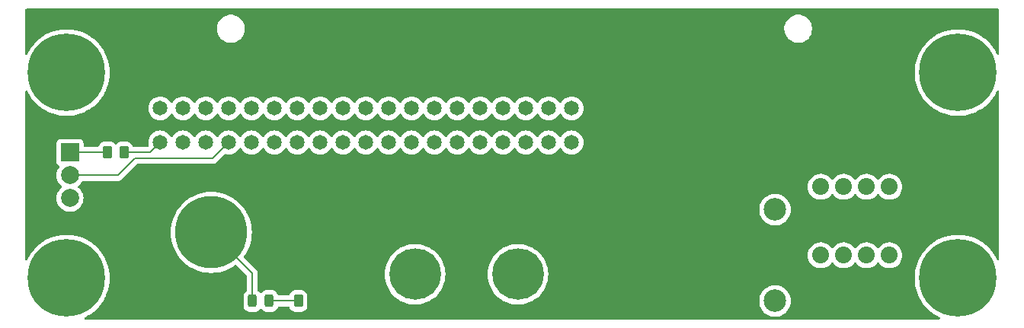
<source format=gtl>
G04 #@! TF.GenerationSoftware,KiCad,Pcbnew,8.0.4*
G04 #@! TF.CreationDate,2024-09-24T23:47:46-04:00*
G04 #@! TF.ProjectId,CommonSlotAdapter,436f6d6d-6f6e-4536-9c6f-744164617074,rev?*
G04 #@! TF.SameCoordinates,Original*
G04 #@! TF.FileFunction,Copper,L1,Top*
G04 #@! TF.FilePolarity,Positive*
%FSLAX46Y46*%
G04 Gerber Fmt 4.6, Leading zero omitted, Abs format (unit mm)*
G04 Created by KiCad (PCBNEW 8.0.4) date 2024-09-24 23:47:46*
%MOMM*%
%LPD*%
G01*
G04 APERTURE LIST*
G04 Aperture macros list*
%AMRoundRect*
0 Rectangle with rounded corners*
0 $1 Rounding radius*
0 $2 $3 $4 $5 $6 $7 $8 $9 X,Y pos of 4 corners*
0 Add a 4 corners polygon primitive as box body*
4,1,4,$2,$3,$4,$5,$6,$7,$8,$9,$2,$3,0*
0 Add four circle primitives for the rounded corners*
1,1,$1+$1,$2,$3*
1,1,$1+$1,$4,$5*
1,1,$1+$1,$6,$7*
1,1,$1+$1,$8,$9*
0 Add four rect primitives between the rounded corners*
20,1,$1+$1,$2,$3,$4,$5,0*
20,1,$1+$1,$4,$5,$6,$7,0*
20,1,$1+$1,$6,$7,$8,$9,0*
20,1,$1+$1,$8,$9,$2,$3,0*%
G04 Aperture macros list end*
G04 #@! TA.AperFunction,ComponentPad*
%ADD10C,2.000000*%
G04 #@! TD*
G04 #@! TA.AperFunction,ComponentPad*
%ADD11R,2.000000X2.000000*%
G04 #@! TD*
G04 #@! TA.AperFunction,ComponentPad*
%ADD12C,1.650000*%
G04 #@! TD*
G04 #@! TA.AperFunction,ComponentPad*
%ADD13C,5.716000*%
G04 #@! TD*
G04 #@! TA.AperFunction,ComponentPad*
%ADD14C,8.000000*%
G04 #@! TD*
G04 #@! TA.AperFunction,ComponentPad*
%ADD15C,8.600000*%
G04 #@! TD*
G04 #@! TA.AperFunction,ComponentPad*
%ADD16C,1.875000*%
G04 #@! TD*
G04 #@! TA.AperFunction,ComponentPad*
%ADD17C,2.500000*%
G04 #@! TD*
G04 #@! TA.AperFunction,SMDPad,CuDef*
%ADD18RoundRect,0.250000X0.262500X0.450000X-0.262500X0.450000X-0.262500X-0.450000X0.262500X-0.450000X0*%
G04 #@! TD*
G04 #@! TA.AperFunction,SMDPad,CuDef*
%ADD19RoundRect,0.250000X-0.262500X-0.450000X0.262500X-0.450000X0.262500X0.450000X-0.262500X0.450000X0*%
G04 #@! TD*
G04 #@! TA.AperFunction,SMDPad,CuDef*
%ADD20RoundRect,0.243750X-0.243750X-0.456250X0.243750X-0.456250X0.243750X0.456250X-0.243750X0.456250X0*%
G04 #@! TD*
G04 #@! TA.AperFunction,Conductor*
%ADD21C,0.200000*%
G04 #@! TD*
G04 APERTURE END LIST*
D10*
X89281000Y-82550000D03*
X89281000Y-80010000D03*
D11*
X89281000Y-77470000D03*
D12*
X178054000Y-72544600D03*
X175514000Y-72544600D03*
X172974000Y-72544600D03*
X170434000Y-72544600D03*
X167894000Y-72544600D03*
X165354000Y-72544600D03*
X162814000Y-72544600D03*
X160274000Y-72544600D03*
X157734000Y-72544600D03*
X155194000Y-72544600D03*
X152654000Y-72544600D03*
X150114000Y-72544600D03*
X147574000Y-72544600D03*
X145034000Y-72544600D03*
X142494000Y-72544600D03*
X139954000Y-72544600D03*
X137414000Y-72544600D03*
X134874000Y-72544600D03*
X132334000Y-72544600D03*
X129794000Y-72544600D03*
X127254000Y-72544600D03*
X124714000Y-72544600D03*
X122174000Y-72544600D03*
X119634000Y-72544600D03*
X117094000Y-72544600D03*
X114554000Y-72544600D03*
X112014000Y-72544600D03*
X109474000Y-72544600D03*
X106934000Y-72544600D03*
X104394000Y-72544600D03*
X101854000Y-72544600D03*
X99314000Y-72544600D03*
X99314000Y-76344600D03*
X101854000Y-76344600D03*
X104394000Y-76344600D03*
X106934000Y-76344600D03*
X109474000Y-76344600D03*
X112014000Y-76344600D03*
X114554000Y-76344600D03*
X117094000Y-76344600D03*
X119634000Y-76344600D03*
X122174000Y-76344600D03*
X124714000Y-76344600D03*
X127254000Y-76344600D03*
X129794000Y-76344600D03*
X132334000Y-76344600D03*
X134874000Y-76344600D03*
X137414000Y-76344600D03*
X139954000Y-76344600D03*
X142494000Y-76344600D03*
X145034000Y-76344600D03*
X147574000Y-76344600D03*
X150114000Y-76344600D03*
X152654000Y-76344600D03*
X155194000Y-76344600D03*
X157734000Y-76344600D03*
X160274000Y-76344600D03*
X162814000Y-76344600D03*
X165354000Y-76344600D03*
X167894000Y-76344600D03*
X170434000Y-76344600D03*
X172974000Y-76344600D03*
X175514000Y-76344600D03*
X178054000Y-76344600D03*
D13*
X139065000Y-91020000D03*
X139065000Y-83820000D03*
X127635000Y-91020000D03*
X127635000Y-83820000D03*
D14*
X104990000Y-86360000D03*
X115990000Y-86360000D03*
D15*
X187960000Y-91440000D03*
X88900000Y-91440000D03*
X187960000Y-68580000D03*
X88900000Y-68580000D03*
D16*
X172720000Y-81280000D03*
X172720000Y-88900000D03*
X175260000Y-81280000D03*
X175260000Y-88900000D03*
X177800000Y-81280000D03*
X177800000Y-88900000D03*
X180340000Y-81280000D03*
X180340000Y-88900000D03*
X147320000Y-81280000D03*
X147320000Y-88900000D03*
X149860000Y-81280000D03*
X149860000Y-88900000D03*
X152400000Y-81280000D03*
X152400000Y-88900000D03*
X154940000Y-81280000D03*
X154940000Y-88900000D03*
D17*
X167640000Y-93980000D03*
X167640000Y-83820000D03*
X160020000Y-93980000D03*
X160020000Y-83820000D03*
D18*
X114657500Y-93980000D03*
X116482500Y-93980000D03*
D19*
X95273500Y-77470000D03*
X93448500Y-77470000D03*
D20*
X111427500Y-93980000D03*
X109552500Y-93980000D03*
D21*
X95273500Y-77470000D02*
X98188600Y-77470000D01*
X98188600Y-77470000D02*
X99314000Y-76344600D01*
X89281000Y-77470000D02*
X93448500Y-77470000D01*
X96520000Y-78105000D02*
X105173600Y-78105000D01*
X94615000Y-80010000D02*
X96520000Y-78105000D01*
X105173600Y-78105000D02*
X106934000Y-76344600D01*
X89281000Y-80010000D02*
X94615000Y-80010000D01*
X109552500Y-90922500D02*
X104990000Y-86360000D01*
X109552500Y-93980000D02*
X109552500Y-90922500D01*
X114657500Y-93980000D02*
X111427500Y-93980000D01*
G04 #@! TA.AperFunction,Conductor*
G36*
X192482539Y-61480185D02*
G01*
X192528294Y-61532989D01*
X192539500Y-61584500D01*
X192539500Y-66474422D01*
X192519815Y-66541461D01*
X192467011Y-66587216D01*
X192397853Y-66597160D01*
X192334297Y-66568135D01*
X192301479Y-66523158D01*
X192289462Y-66495044D01*
X192278365Y-66474422D01*
X192085137Y-66115345D01*
X192085132Y-66115337D01*
X191847605Y-65755498D01*
X191847595Y-65755485D01*
X191578774Y-65418392D01*
X191578762Y-65418379D01*
X191280794Y-65106730D01*
X191280793Y-65106729D01*
X191280790Y-65106726D01*
X190956080Y-64823035D01*
X190779416Y-64694681D01*
X190607256Y-64569599D01*
X190607251Y-64569596D01*
X190607247Y-64569593D01*
X190237100Y-64348440D01*
X190237095Y-64348437D01*
X190237093Y-64348436D01*
X189848627Y-64161360D01*
X189848613Y-64161354D01*
X189444944Y-64009855D01*
X189444919Y-64009847D01*
X189029295Y-63895142D01*
X188605043Y-63818151D01*
X188605040Y-63818150D01*
X188605036Y-63818150D01*
X188175591Y-63779500D01*
X187744409Y-63779500D01*
X187314964Y-63818150D01*
X187314960Y-63818150D01*
X187314956Y-63818151D01*
X186890704Y-63895142D01*
X186475080Y-64009847D01*
X186475055Y-64009855D01*
X186071386Y-64161354D01*
X186071372Y-64161360D01*
X185682906Y-64348436D01*
X185682904Y-64348437D01*
X185312743Y-64569599D01*
X184963931Y-64823026D01*
X184963914Y-64823039D01*
X184639210Y-65106726D01*
X184639205Y-65106730D01*
X184341237Y-65418379D01*
X184341225Y-65418392D01*
X184072404Y-65755485D01*
X184072394Y-65755498D01*
X183834867Y-66115337D01*
X183834867Y-66115338D01*
X183630537Y-66495044D01*
X183630533Y-66495052D01*
X183461076Y-66891519D01*
X183461073Y-66891527D01*
X183327830Y-67301608D01*
X183231885Y-67721972D01*
X183174006Y-68149253D01*
X183174005Y-68149262D01*
X183154661Y-68579996D01*
X183154661Y-68580003D01*
X183174005Y-69010737D01*
X183174006Y-69010746D01*
X183231885Y-69438027D01*
X183327830Y-69858391D01*
X183461073Y-70268472D01*
X183461076Y-70268480D01*
X183630533Y-70664947D01*
X183630537Y-70664955D01*
X183698647Y-70791523D01*
X183834863Y-71044655D01*
X183834867Y-71044661D01*
X183834867Y-71044662D01*
X184072394Y-71404501D01*
X184072404Y-71404514D01*
X184341225Y-71741607D01*
X184341237Y-71741620D01*
X184532911Y-71942095D01*
X184639210Y-72053274D01*
X184963920Y-72336965D01*
X185312753Y-72590407D01*
X185682900Y-72811560D01*
X185682903Y-72811561D01*
X185682904Y-72811562D01*
X185682906Y-72811563D01*
X186071372Y-72998639D01*
X186071386Y-72998645D01*
X186475055Y-73150144D01*
X186475059Y-73150145D01*
X186475069Y-73150149D01*
X186890711Y-73264859D01*
X187314964Y-73341850D01*
X187744409Y-73380500D01*
X187744416Y-73380500D01*
X188175584Y-73380500D01*
X188175591Y-73380500D01*
X188605036Y-73341850D01*
X189029289Y-73264859D01*
X189444931Y-73150149D01*
X189848619Y-72998643D01*
X190237100Y-72811560D01*
X190607247Y-72590407D01*
X190956080Y-72336965D01*
X191280790Y-72053274D01*
X191578764Y-71741619D01*
X191847601Y-71404507D01*
X192085137Y-71044655D01*
X192289461Y-70664958D01*
X192301478Y-70636841D01*
X192345927Y-70582934D01*
X192412464Y-70561614D01*
X192479966Y-70579652D01*
X192527000Y-70631320D01*
X192539500Y-70685577D01*
X192539500Y-89334422D01*
X192519815Y-89401461D01*
X192467011Y-89447216D01*
X192397853Y-89457160D01*
X192334297Y-89428135D01*
X192301479Y-89383158D01*
X192289462Y-89355044D01*
X192252286Y-89285959D01*
X192085137Y-88975345D01*
X192035406Y-88900005D01*
X191847605Y-88615498D01*
X191847595Y-88615485D01*
X191578774Y-88278392D01*
X191578762Y-88278379D01*
X191280794Y-87966730D01*
X191280793Y-87966729D01*
X191280790Y-87966726D01*
X191052387Y-87767176D01*
X190956085Y-87683039D01*
X190956068Y-87683026D01*
X190607256Y-87429599D01*
X190607251Y-87429596D01*
X190607247Y-87429593D01*
X190237100Y-87208440D01*
X190237095Y-87208437D01*
X190237093Y-87208436D01*
X189848627Y-87021360D01*
X189848613Y-87021354D01*
X189444944Y-86869855D01*
X189444919Y-86869847D01*
X189029295Y-86755142D01*
X188605043Y-86678151D01*
X188605040Y-86678150D01*
X188605036Y-86678150D01*
X188175591Y-86639500D01*
X187744409Y-86639500D01*
X187314964Y-86678150D01*
X187314960Y-86678150D01*
X187314956Y-86678151D01*
X186890704Y-86755142D01*
X186475080Y-86869847D01*
X186475055Y-86869855D01*
X186071386Y-87021354D01*
X186071372Y-87021360D01*
X185682906Y-87208436D01*
X185682904Y-87208437D01*
X185312743Y-87429599D01*
X184963931Y-87683026D01*
X184963914Y-87683039D01*
X184639210Y-87966726D01*
X184639205Y-87966730D01*
X184341237Y-88278379D01*
X184341225Y-88278392D01*
X184072404Y-88615485D01*
X184072394Y-88615498D01*
X183834867Y-88975337D01*
X183834867Y-88975338D01*
X183630537Y-89355044D01*
X183630533Y-89355052D01*
X183461076Y-89751519D01*
X183461073Y-89751527D01*
X183327830Y-90161608D01*
X183231885Y-90581972D01*
X183174006Y-91009253D01*
X183174005Y-91009262D01*
X183154661Y-91439996D01*
X183154661Y-91440003D01*
X183174005Y-91870737D01*
X183174006Y-91870746D01*
X183231885Y-92298027D01*
X183327830Y-92718391D01*
X183461073Y-93128472D01*
X183461076Y-93128480D01*
X183630533Y-93524947D01*
X183630537Y-93524955D01*
X183698647Y-93651523D01*
X183834863Y-93904655D01*
X183834867Y-93904661D01*
X183834867Y-93904662D01*
X184072394Y-94264501D01*
X184072404Y-94264514D01*
X184341225Y-94601607D01*
X184341237Y-94601620D01*
X184627478Y-94901004D01*
X184639210Y-94913274D01*
X184869891Y-95114814D01*
X184933154Y-95170086D01*
X184963920Y-95196965D01*
X185312753Y-95450407D01*
X185682900Y-95671560D01*
X185682903Y-95671561D01*
X185682904Y-95671562D01*
X185682906Y-95671563D01*
X185915926Y-95783780D01*
X185967785Y-95830602D01*
X185986098Y-95898030D01*
X185965050Y-95964653D01*
X185911324Y-96009322D01*
X185862124Y-96019500D01*
X90997876Y-96019500D01*
X90930837Y-95999815D01*
X90885082Y-95947011D01*
X90875138Y-95877853D01*
X90904163Y-95814297D01*
X90944074Y-95783780D01*
X91135916Y-95691393D01*
X91177100Y-95671560D01*
X91547247Y-95450407D01*
X91896080Y-95196965D01*
X92220790Y-94913274D01*
X92518764Y-94601619D01*
X92529804Y-94587776D01*
X92787595Y-94264514D01*
X92787601Y-94264507D01*
X93025137Y-93904655D01*
X93229461Y-93524958D01*
X93241479Y-93496842D01*
X93291944Y-93378772D01*
X93398926Y-93128475D01*
X93532168Y-92718397D01*
X93628115Y-92298026D01*
X93685994Y-91870747D01*
X93705339Y-91440000D01*
X93685994Y-91009253D01*
X93628115Y-90581974D01*
X93532168Y-90161603D01*
X93398926Y-89751525D01*
X93273632Y-89458385D01*
X93229466Y-89355052D01*
X93229462Y-89355044D01*
X93192286Y-89285959D01*
X93025137Y-88975345D01*
X92975406Y-88900005D01*
X92787605Y-88615498D01*
X92787595Y-88615485D01*
X92518774Y-88278392D01*
X92518762Y-88278379D01*
X92220794Y-87966730D01*
X92220793Y-87966729D01*
X92220790Y-87966726D01*
X91992387Y-87767176D01*
X91896085Y-87683039D01*
X91896068Y-87683026D01*
X91547256Y-87429599D01*
X91547251Y-87429596D01*
X91547247Y-87429593D01*
X91177100Y-87208440D01*
X91177095Y-87208437D01*
X91177093Y-87208436D01*
X90788627Y-87021360D01*
X90788613Y-87021354D01*
X90384944Y-86869855D01*
X90384919Y-86869847D01*
X89969295Y-86755142D01*
X89545043Y-86678151D01*
X89545040Y-86678150D01*
X89545036Y-86678150D01*
X89115591Y-86639500D01*
X88684409Y-86639500D01*
X88254964Y-86678150D01*
X88254960Y-86678150D01*
X88254956Y-86678151D01*
X87830704Y-86755142D01*
X87415080Y-86869847D01*
X87415055Y-86869855D01*
X87011386Y-87021354D01*
X87011372Y-87021360D01*
X86622906Y-87208436D01*
X86622904Y-87208437D01*
X86252743Y-87429599D01*
X85903931Y-87683026D01*
X85903914Y-87683039D01*
X85579210Y-87966726D01*
X85579205Y-87966730D01*
X85281237Y-88278379D01*
X85281225Y-88278392D01*
X85012404Y-88615485D01*
X85012394Y-88615498D01*
X84774867Y-88975337D01*
X84774867Y-88975338D01*
X84570537Y-89355044D01*
X84558521Y-89383158D01*
X84514072Y-89437066D01*
X84447534Y-89458385D01*
X84380033Y-89440347D01*
X84333000Y-89388678D01*
X84320500Y-89334422D01*
X84320500Y-86360000D01*
X100484693Y-86360000D01*
X100503912Y-86775697D01*
X100503912Y-86775702D01*
X100503913Y-86775707D01*
X100561403Y-87187845D01*
X100561405Y-87187853D01*
X100656679Y-87592933D01*
X100788929Y-87987514D01*
X100957010Y-88368177D01*
X100957020Y-88368198D01*
X101159506Y-88731731D01*
X101159509Y-88731735D01*
X101159511Y-88731739D01*
X101394687Y-89075054D01*
X101394689Y-89075056D01*
X101394696Y-89075066D01*
X101650533Y-89383158D01*
X101660538Y-89395206D01*
X101954794Y-89689462D01*
X101954805Y-89689471D01*
X102274933Y-89955303D01*
X102274939Y-89955307D01*
X102274946Y-89955313D01*
X102618261Y-90190489D01*
X102618267Y-90190492D01*
X102618268Y-90190493D01*
X102809404Y-90296955D01*
X102981812Y-90392985D01*
X103172153Y-90477029D01*
X103362485Y-90561070D01*
X103362488Y-90561071D01*
X103362495Y-90561074D01*
X103757064Y-90693320D01*
X104162152Y-90788596D01*
X104574303Y-90846088D01*
X104990000Y-90865307D01*
X105405697Y-90846088D01*
X105817848Y-90788596D01*
X106222936Y-90693320D01*
X106617505Y-90561074D01*
X106998188Y-90392985D01*
X107361739Y-90190489D01*
X107638519Y-90000890D01*
X107704949Y-89979245D01*
X107772538Y-89996950D01*
X107796275Y-90015510D01*
X108915681Y-91134916D01*
X108949166Y-91196239D01*
X108952000Y-91222597D01*
X108952000Y-92800149D01*
X108932315Y-92867188D01*
X108893099Y-92905686D01*
X108843998Y-92935972D01*
X108720971Y-93059000D01*
X108629642Y-93207066D01*
X108629637Y-93207077D01*
X108574913Y-93372223D01*
X108564500Y-93474144D01*
X108564500Y-94485855D01*
X108574913Y-94587776D01*
X108629637Y-94752922D01*
X108629642Y-94752933D01*
X108720971Y-94900999D01*
X108720974Y-94901003D01*
X108843996Y-95024025D01*
X108844000Y-95024028D01*
X108992066Y-95115357D01*
X108992069Y-95115358D01*
X108992075Y-95115362D01*
X109157225Y-95170087D01*
X109259152Y-95180500D01*
X109259157Y-95180500D01*
X109845843Y-95180500D01*
X109845848Y-95180500D01*
X109947775Y-95170087D01*
X110112925Y-95115362D01*
X110261003Y-95024026D01*
X110384026Y-94901003D01*
X110384458Y-94900301D01*
X110384881Y-94899921D01*
X110388507Y-94895336D01*
X110389290Y-94895955D01*
X110436402Y-94853575D01*
X110505364Y-94842349D01*
X110569448Y-94870188D01*
X110591342Y-94895455D01*
X110591493Y-94895336D01*
X110594143Y-94898687D01*
X110595540Y-94900299D01*
X110595972Y-94900999D01*
X110595975Y-94901004D01*
X110718996Y-95024025D01*
X110719000Y-95024028D01*
X110867066Y-95115357D01*
X110867069Y-95115358D01*
X110867075Y-95115362D01*
X111032225Y-95170087D01*
X111134152Y-95180500D01*
X111134157Y-95180500D01*
X111720843Y-95180500D01*
X111720848Y-95180500D01*
X111822775Y-95170087D01*
X111987925Y-95115362D01*
X112136003Y-95024026D01*
X112259026Y-94901003D01*
X112350362Y-94752925D01*
X112379333Y-94665496D01*
X112419106Y-94608051D01*
X112483622Y-94581228D01*
X112497039Y-94580500D01*
X113564699Y-94580500D01*
X113631738Y-94600185D01*
X113677493Y-94652989D01*
X113682403Y-94665492D01*
X113710186Y-94749334D01*
X113802288Y-94898656D01*
X113926344Y-95022712D01*
X114075666Y-95114814D01*
X114242203Y-95169999D01*
X114344991Y-95180500D01*
X114970008Y-95180499D01*
X114970016Y-95180498D01*
X114970019Y-95180498D01*
X115033815Y-95173981D01*
X115072797Y-95169999D01*
X115239334Y-95114814D01*
X115388656Y-95022712D01*
X115512712Y-94898656D01*
X115604814Y-94749334D01*
X115659999Y-94582797D01*
X115670500Y-94480009D01*
X115670499Y-93479992D01*
X115670350Y-93478538D01*
X115659999Y-93377203D01*
X115659998Y-93377200D01*
X115645361Y-93333030D01*
X115604814Y-93210666D01*
X115512712Y-93061344D01*
X115388656Y-92937288D01*
X115239334Y-92845186D01*
X115072797Y-92790001D01*
X115072795Y-92790000D01*
X114970010Y-92779500D01*
X114344998Y-92779500D01*
X114344980Y-92779501D01*
X114242203Y-92790000D01*
X114242200Y-92790001D01*
X114075668Y-92845185D01*
X114075663Y-92845187D01*
X113926342Y-92937289D01*
X113802289Y-93061342D01*
X113710187Y-93210663D01*
X113710185Y-93210668D01*
X113682405Y-93294504D01*
X113642632Y-93351949D01*
X113578116Y-93378772D01*
X113564699Y-93379500D01*
X112497039Y-93379500D01*
X112430000Y-93359815D01*
X112384245Y-93307011D01*
X112379333Y-93294504D01*
X112377216Y-93288117D01*
X112350362Y-93207075D01*
X112350358Y-93207069D01*
X112350357Y-93207066D01*
X112259028Y-93059000D01*
X112259025Y-93058996D01*
X112136003Y-92935974D01*
X112135999Y-92935971D01*
X111987933Y-92844642D01*
X111987927Y-92844639D01*
X111987925Y-92844638D01*
X111987922Y-92844637D01*
X111822776Y-92789913D01*
X111720855Y-92779500D01*
X111720848Y-92779500D01*
X111134152Y-92779500D01*
X111134144Y-92779500D01*
X111032223Y-92789913D01*
X110867077Y-92844637D01*
X110867066Y-92844642D01*
X110719000Y-92935971D01*
X110718996Y-92935974D01*
X110595974Y-93058996D01*
X110595971Y-93059000D01*
X110595538Y-93059703D01*
X110595114Y-93060083D01*
X110591493Y-93064664D01*
X110590710Y-93064045D01*
X110543590Y-93106428D01*
X110474628Y-93117649D01*
X110410546Y-93089806D01*
X110388657Y-93064544D01*
X110388507Y-93064664D01*
X110385859Y-93061315D01*
X110384462Y-93059703D01*
X110384028Y-93059000D01*
X110384027Y-93058999D01*
X110384026Y-93058997D01*
X110261003Y-92935974D01*
X110261002Y-92935973D01*
X110261001Y-92935972D01*
X110211901Y-92905686D01*
X110165178Y-92853738D01*
X110153000Y-92800149D01*
X110153000Y-91019997D01*
X124271567Y-91019997D01*
X124271567Y-91020002D01*
X124291283Y-91383648D01*
X124350203Y-91743044D01*
X124350204Y-91743047D01*
X124447629Y-92093943D01*
X124447630Y-92093945D01*
X124582426Y-92432259D01*
X124582435Y-92432277D01*
X124753021Y-92754036D01*
X124753023Y-92754040D01*
X124957393Y-93055462D01*
X125193162Y-93333030D01*
X125457558Y-93583480D01*
X125457559Y-93583481D01*
X125629672Y-93714317D01*
X125747485Y-93803876D01*
X126059540Y-93991634D01*
X126059544Y-93991635D01*
X126059548Y-93991638D01*
X126390054Y-94144546D01*
X126390065Y-94144551D01*
X126735186Y-94260836D01*
X127090857Y-94339125D01*
X127452907Y-94378500D01*
X127452913Y-94378500D01*
X127817087Y-94378500D01*
X127817093Y-94378500D01*
X128179143Y-94339125D01*
X128534814Y-94260836D01*
X128879935Y-94144551D01*
X129210460Y-93991634D01*
X129522515Y-93803876D01*
X129812440Y-93583481D01*
X130076837Y-93333031D01*
X130312606Y-93055463D01*
X130516982Y-92754031D01*
X130687569Y-92432269D01*
X130822368Y-92093949D01*
X130919798Y-91743039D01*
X130978716Y-91383651D01*
X130998433Y-91020000D01*
X130998433Y-91019997D01*
X135701567Y-91019997D01*
X135701567Y-91020002D01*
X135721283Y-91383648D01*
X135780203Y-91743044D01*
X135780204Y-91743047D01*
X135877629Y-92093943D01*
X135877630Y-92093945D01*
X136012426Y-92432259D01*
X136012435Y-92432277D01*
X136183021Y-92754036D01*
X136183023Y-92754040D01*
X136387393Y-93055462D01*
X136623162Y-93333030D01*
X136887558Y-93583480D01*
X136887559Y-93583481D01*
X137059672Y-93714317D01*
X137177485Y-93803876D01*
X137489540Y-93991634D01*
X137489544Y-93991635D01*
X137489548Y-93991638D01*
X137820054Y-94144546D01*
X137820065Y-94144551D01*
X138165186Y-94260836D01*
X138520857Y-94339125D01*
X138882907Y-94378500D01*
X138882913Y-94378500D01*
X139247087Y-94378500D01*
X139247093Y-94378500D01*
X139609143Y-94339125D01*
X139964814Y-94260836D01*
X140309935Y-94144551D01*
X140640460Y-93991634D01*
X140659804Y-93979995D01*
X165884592Y-93979995D01*
X165884592Y-93980004D01*
X165904196Y-94241620D01*
X165904197Y-94241625D01*
X165962576Y-94497402D01*
X165962578Y-94497411D01*
X165962580Y-94497416D01*
X166058432Y-94741643D01*
X166189614Y-94968857D01*
X166306009Y-95114812D01*
X166353198Y-95173985D01*
X166534753Y-95342441D01*
X166545521Y-95352433D01*
X166762296Y-95500228D01*
X166762301Y-95500230D01*
X166762302Y-95500231D01*
X166762303Y-95500232D01*
X166887843Y-95560688D01*
X166998673Y-95614061D01*
X166998674Y-95614061D01*
X166998677Y-95614063D01*
X167249385Y-95691396D01*
X167508818Y-95730500D01*
X167771182Y-95730500D01*
X168030615Y-95691396D01*
X168281323Y-95614063D01*
X168517704Y-95500228D01*
X168734479Y-95352433D01*
X168883733Y-95213945D01*
X168926801Y-95173985D01*
X168926801Y-95173983D01*
X168926805Y-95173981D01*
X169090386Y-94968857D01*
X169221568Y-94741643D01*
X169317420Y-94497416D01*
X169375802Y-94241630D01*
X169383077Y-94144551D01*
X169395408Y-93980004D01*
X169395408Y-93979995D01*
X169375803Y-93718379D01*
X169375802Y-93718374D01*
X169375802Y-93718370D01*
X169317420Y-93462584D01*
X169221568Y-93218357D01*
X169090386Y-92991143D01*
X168926805Y-92786019D01*
X168926804Y-92786018D01*
X168926801Y-92786014D01*
X168734479Y-92607567D01*
X168517704Y-92459772D01*
X168517700Y-92459770D01*
X168517697Y-92459768D01*
X168517696Y-92459767D01*
X168281325Y-92345938D01*
X168281327Y-92345938D01*
X168030623Y-92268606D01*
X168030619Y-92268605D01*
X168030615Y-92268604D01*
X167905823Y-92249794D01*
X167771187Y-92229500D01*
X167771182Y-92229500D01*
X167508818Y-92229500D01*
X167508812Y-92229500D01*
X167347247Y-92253853D01*
X167249385Y-92268604D01*
X167249382Y-92268605D01*
X167249376Y-92268606D01*
X166998673Y-92345938D01*
X166762303Y-92459767D01*
X166762302Y-92459768D01*
X166545520Y-92607567D01*
X166353198Y-92786014D01*
X166189614Y-92991143D01*
X166058432Y-93218356D01*
X165962582Y-93462578D01*
X165962576Y-93462597D01*
X165904197Y-93718374D01*
X165904196Y-93718379D01*
X165884592Y-93979995D01*
X140659804Y-93979995D01*
X140952515Y-93803876D01*
X141242440Y-93583481D01*
X141506837Y-93333031D01*
X141742606Y-93055463D01*
X141946982Y-92754031D01*
X142117569Y-92432269D01*
X142252368Y-92093949D01*
X142349798Y-91743039D01*
X142408716Y-91383651D01*
X142428433Y-91020000D01*
X142408716Y-90656349D01*
X142349798Y-90296961D01*
X142297325Y-90107971D01*
X142252370Y-89946056D01*
X142252369Y-89946054D01*
X142117573Y-89607740D01*
X142117564Y-89607722D01*
X142105261Y-89584516D01*
X141946982Y-89285969D01*
X141946978Y-89285963D01*
X141946976Y-89285959D01*
X141742606Y-88984537D01*
X141670794Y-88899994D01*
X171277072Y-88899994D01*
X171277072Y-88900005D01*
X171296751Y-89137494D01*
X171355254Y-89368518D01*
X171450982Y-89586757D01*
X171581322Y-89786259D01*
X171581325Y-89786263D01*
X171581327Y-89786265D01*
X171742731Y-89961597D01*
X171742734Y-89961599D01*
X171742737Y-89961602D01*
X171930784Y-90107965D01*
X171930790Y-90107969D01*
X171930793Y-90107971D01*
X172140382Y-90221395D01*
X172350214Y-90293430D01*
X172360480Y-90296955D01*
X172365782Y-90298775D01*
X172600844Y-90338000D01*
X172600845Y-90338000D01*
X172839155Y-90338000D01*
X172839156Y-90338000D01*
X173074218Y-90298775D01*
X173299618Y-90221395D01*
X173509207Y-90107971D01*
X173697269Y-89961597D01*
X173858673Y-89786265D01*
X173858677Y-89786259D01*
X173886191Y-89744146D01*
X173939338Y-89698789D01*
X174008569Y-89689365D01*
X174071905Y-89718867D01*
X174093809Y-89744146D01*
X174121322Y-89786259D01*
X174121325Y-89786263D01*
X174121327Y-89786265D01*
X174282731Y-89961597D01*
X174282734Y-89961599D01*
X174282737Y-89961602D01*
X174470784Y-90107965D01*
X174470790Y-90107969D01*
X174470793Y-90107971D01*
X174680382Y-90221395D01*
X174890214Y-90293430D01*
X174900480Y-90296955D01*
X174905782Y-90298775D01*
X175140844Y-90338000D01*
X175140845Y-90338000D01*
X175379155Y-90338000D01*
X175379156Y-90338000D01*
X175614218Y-90298775D01*
X175839618Y-90221395D01*
X176049207Y-90107971D01*
X176237269Y-89961597D01*
X176398673Y-89786265D01*
X176398677Y-89786259D01*
X176426191Y-89744146D01*
X176479338Y-89698789D01*
X176548569Y-89689365D01*
X176611905Y-89718867D01*
X176633809Y-89744146D01*
X176661322Y-89786259D01*
X176661325Y-89786263D01*
X176661327Y-89786265D01*
X176822731Y-89961597D01*
X176822734Y-89961599D01*
X176822737Y-89961602D01*
X177010784Y-90107965D01*
X177010790Y-90107969D01*
X177010793Y-90107971D01*
X177220382Y-90221395D01*
X177430214Y-90293430D01*
X177440480Y-90296955D01*
X177445782Y-90298775D01*
X177680844Y-90338000D01*
X177680845Y-90338000D01*
X177919155Y-90338000D01*
X177919156Y-90338000D01*
X178154218Y-90298775D01*
X178379618Y-90221395D01*
X178589207Y-90107971D01*
X178777269Y-89961597D01*
X178938673Y-89786265D01*
X178938677Y-89786259D01*
X178966191Y-89744146D01*
X179019338Y-89698789D01*
X179088569Y-89689365D01*
X179151905Y-89718867D01*
X179173809Y-89744146D01*
X179201322Y-89786259D01*
X179201325Y-89786263D01*
X179201327Y-89786265D01*
X179362731Y-89961597D01*
X179362734Y-89961599D01*
X179362737Y-89961602D01*
X179550784Y-90107965D01*
X179550790Y-90107969D01*
X179550793Y-90107971D01*
X179760382Y-90221395D01*
X179970214Y-90293430D01*
X179980480Y-90296955D01*
X179985782Y-90298775D01*
X180220844Y-90338000D01*
X180220845Y-90338000D01*
X180459155Y-90338000D01*
X180459156Y-90338000D01*
X180694218Y-90298775D01*
X180919618Y-90221395D01*
X181129207Y-90107971D01*
X181317269Y-89961597D01*
X181478673Y-89786265D01*
X181609017Y-89586758D01*
X181704746Y-89368518D01*
X181763248Y-89137498D01*
X181782928Y-88900000D01*
X181763248Y-88662502D01*
X181704746Y-88431482D01*
X181609017Y-88213242D01*
X181535824Y-88101211D01*
X181478677Y-88013740D01*
X181478674Y-88013737D01*
X181478673Y-88013735D01*
X181317269Y-87838403D01*
X181317264Y-87838399D01*
X181317262Y-87838397D01*
X181129215Y-87692034D01*
X181129209Y-87692030D01*
X180919619Y-87578605D01*
X180919610Y-87578602D01*
X180694220Y-87501225D01*
X180537510Y-87475075D01*
X180459156Y-87462000D01*
X180220844Y-87462000D01*
X180162078Y-87471806D01*
X179985779Y-87501225D01*
X179760389Y-87578602D01*
X179760380Y-87578605D01*
X179550790Y-87692030D01*
X179550784Y-87692034D01*
X179362737Y-87838397D01*
X179362734Y-87838400D01*
X179201322Y-88013740D01*
X179173809Y-88055854D01*
X179120662Y-88101211D01*
X179051431Y-88110635D01*
X178988095Y-88081133D01*
X178966191Y-88055854D01*
X178938677Y-88013740D01*
X178938674Y-88013737D01*
X178938673Y-88013735D01*
X178777269Y-87838403D01*
X178777264Y-87838399D01*
X178777262Y-87838397D01*
X178589215Y-87692034D01*
X178589209Y-87692030D01*
X178379619Y-87578605D01*
X178379610Y-87578602D01*
X178154220Y-87501225D01*
X177997510Y-87475075D01*
X177919156Y-87462000D01*
X177680844Y-87462000D01*
X177622078Y-87471806D01*
X177445779Y-87501225D01*
X177220389Y-87578602D01*
X177220380Y-87578605D01*
X177010790Y-87692030D01*
X177010784Y-87692034D01*
X176822737Y-87838397D01*
X176822734Y-87838400D01*
X176661322Y-88013740D01*
X176633809Y-88055854D01*
X176580662Y-88101211D01*
X176511431Y-88110635D01*
X176448095Y-88081133D01*
X176426191Y-88055854D01*
X176398677Y-88013740D01*
X176398674Y-88013737D01*
X176398673Y-88013735D01*
X176237269Y-87838403D01*
X176237264Y-87838399D01*
X176237262Y-87838397D01*
X176049215Y-87692034D01*
X176049209Y-87692030D01*
X175839619Y-87578605D01*
X175839610Y-87578602D01*
X175614220Y-87501225D01*
X175457510Y-87475075D01*
X175379156Y-87462000D01*
X175140844Y-87462000D01*
X175082078Y-87471806D01*
X174905779Y-87501225D01*
X174680389Y-87578602D01*
X174680380Y-87578605D01*
X174470790Y-87692030D01*
X174470784Y-87692034D01*
X174282737Y-87838397D01*
X174282734Y-87838400D01*
X174121322Y-88013740D01*
X174093809Y-88055854D01*
X174040662Y-88101211D01*
X173971431Y-88110635D01*
X173908095Y-88081133D01*
X173886191Y-88055854D01*
X173858677Y-88013740D01*
X173858674Y-88013737D01*
X173858673Y-88013735D01*
X173697269Y-87838403D01*
X173697264Y-87838399D01*
X173697262Y-87838397D01*
X173509215Y-87692034D01*
X173509209Y-87692030D01*
X173299619Y-87578605D01*
X173299610Y-87578602D01*
X173074220Y-87501225D01*
X172917510Y-87475075D01*
X172839156Y-87462000D01*
X172600844Y-87462000D01*
X172542078Y-87471806D01*
X172365779Y-87501225D01*
X172140389Y-87578602D01*
X172140380Y-87578605D01*
X171930790Y-87692030D01*
X171930784Y-87692034D01*
X171742737Y-87838397D01*
X171742734Y-87838400D01*
X171581322Y-88013740D01*
X171450982Y-88213242D01*
X171355254Y-88431481D01*
X171296751Y-88662505D01*
X171277072Y-88899994D01*
X141670794Y-88899994D01*
X141506837Y-88706969D01*
X141242441Y-88456519D01*
X141242440Y-88456518D01*
X140952512Y-88236122D01*
X140640464Y-88048368D01*
X140640451Y-88048361D01*
X140309945Y-87895453D01*
X140309940Y-87895451D01*
X140309935Y-87895449D01*
X140140611Y-87838397D01*
X139964813Y-87779163D01*
X139609141Y-87700874D01*
X139247094Y-87661500D01*
X139247093Y-87661500D01*
X138882907Y-87661500D01*
X138882905Y-87661500D01*
X138520858Y-87700874D01*
X138165186Y-87779163D01*
X137898399Y-87869055D01*
X137820065Y-87895449D01*
X137820062Y-87895450D01*
X137820054Y-87895453D01*
X137489548Y-88048361D01*
X137489535Y-88048368D01*
X137177487Y-88236122D01*
X136887559Y-88456518D01*
X136887558Y-88456519D01*
X136623162Y-88706969D01*
X136387393Y-88984537D01*
X136183023Y-89285959D01*
X136183021Y-89285963D01*
X136012435Y-89607722D01*
X136012426Y-89607740D01*
X135877630Y-89946054D01*
X135877629Y-89946056D01*
X135780204Y-90296952D01*
X135780203Y-90296955D01*
X135721283Y-90656351D01*
X135701567Y-91019997D01*
X130998433Y-91019997D01*
X130978716Y-90656349D01*
X130919798Y-90296961D01*
X130867325Y-90107971D01*
X130822370Y-89946056D01*
X130822369Y-89946054D01*
X130687573Y-89607740D01*
X130687564Y-89607722D01*
X130675261Y-89584516D01*
X130516982Y-89285969D01*
X130516978Y-89285963D01*
X130516976Y-89285959D01*
X130312606Y-88984537D01*
X130076837Y-88706969D01*
X129812441Y-88456519D01*
X129812440Y-88456518D01*
X129522512Y-88236122D01*
X129210464Y-88048368D01*
X129210451Y-88048361D01*
X128879945Y-87895453D01*
X128879940Y-87895451D01*
X128879935Y-87895449D01*
X128710611Y-87838397D01*
X128534813Y-87779163D01*
X128179141Y-87700874D01*
X127817094Y-87661500D01*
X127817093Y-87661500D01*
X127452907Y-87661500D01*
X127452905Y-87661500D01*
X127090858Y-87700874D01*
X126735186Y-87779163D01*
X126468399Y-87869055D01*
X126390065Y-87895449D01*
X126390062Y-87895450D01*
X126390054Y-87895453D01*
X126059548Y-88048361D01*
X126059535Y-88048368D01*
X125747487Y-88236122D01*
X125457559Y-88456518D01*
X125457558Y-88456519D01*
X125193162Y-88706969D01*
X124957393Y-88984537D01*
X124753023Y-89285959D01*
X124753021Y-89285963D01*
X124582435Y-89607722D01*
X124582426Y-89607740D01*
X124447630Y-89946054D01*
X124447629Y-89946056D01*
X124350204Y-90296952D01*
X124350203Y-90296955D01*
X124291283Y-90656351D01*
X124271567Y-91019997D01*
X110153000Y-91019997D01*
X110153000Y-90843445D01*
X110153000Y-90843443D01*
X110112077Y-90690716D01*
X110092237Y-90656351D01*
X110033024Y-90553790D01*
X110033021Y-90553786D01*
X110033020Y-90553784D01*
X109921216Y-90441980D01*
X109921215Y-90441979D01*
X109916885Y-90437649D01*
X109916874Y-90437639D01*
X108645510Y-89166275D01*
X108612025Y-89104952D01*
X108617009Y-89035260D01*
X108630888Y-89008522D01*
X108820489Y-88731739D01*
X109022985Y-88368188D01*
X109191074Y-87987505D01*
X109323320Y-87592936D01*
X109418596Y-87187848D01*
X109476088Y-86775697D01*
X109495307Y-86360000D01*
X109476088Y-85944303D01*
X109418596Y-85532152D01*
X109323320Y-85127064D01*
X109191074Y-84732495D01*
X109022985Y-84351812D01*
X108872489Y-84081620D01*
X108820493Y-83988268D01*
X108820492Y-83988267D01*
X108820489Y-83988261D01*
X108705224Y-83819995D01*
X165884592Y-83819995D01*
X165884592Y-83820004D01*
X165904196Y-84081620D01*
X165904197Y-84081625D01*
X165962576Y-84337402D01*
X165962578Y-84337411D01*
X165962580Y-84337416D01*
X166058432Y-84581643D01*
X166189614Y-84808857D01*
X166321736Y-84974533D01*
X166353198Y-85013985D01*
X166475072Y-85127066D01*
X166545521Y-85192433D01*
X166762296Y-85340228D01*
X166762301Y-85340230D01*
X166762302Y-85340231D01*
X166762303Y-85340232D01*
X166887843Y-85400688D01*
X166998673Y-85454061D01*
X166998674Y-85454061D01*
X166998677Y-85454063D01*
X167249385Y-85531396D01*
X167508818Y-85570500D01*
X167771182Y-85570500D01*
X168030615Y-85531396D01*
X168281323Y-85454063D01*
X168517704Y-85340228D01*
X168734479Y-85192433D01*
X168926805Y-85013981D01*
X169090386Y-84808857D01*
X169221568Y-84581643D01*
X169317420Y-84337416D01*
X169375802Y-84081630D01*
X169381202Y-84009570D01*
X169395408Y-83820004D01*
X169395408Y-83819995D01*
X169375803Y-83558379D01*
X169375802Y-83558374D01*
X169375802Y-83558370D01*
X169317420Y-83302584D01*
X169221568Y-83058357D01*
X169090386Y-82831143D01*
X168926805Y-82626019D01*
X168926804Y-82626018D01*
X168926801Y-82626014D01*
X168734479Y-82447567D01*
X168517704Y-82299772D01*
X168517700Y-82299770D01*
X168517697Y-82299768D01*
X168517696Y-82299767D01*
X168281325Y-82185938D01*
X168281327Y-82185938D01*
X168030623Y-82108606D01*
X168030619Y-82108605D01*
X168030615Y-82108604D01*
X167905823Y-82089794D01*
X167771187Y-82069500D01*
X167771182Y-82069500D01*
X167508818Y-82069500D01*
X167508812Y-82069500D01*
X167347247Y-82093853D01*
X167249385Y-82108604D01*
X167249382Y-82108605D01*
X167249376Y-82108606D01*
X166998673Y-82185938D01*
X166762303Y-82299767D01*
X166762302Y-82299768D01*
X166762296Y-82299771D01*
X166762296Y-82299772D01*
X166758766Y-82302179D01*
X166545520Y-82447567D01*
X166353198Y-82626014D01*
X166189614Y-82831143D01*
X166058432Y-83058356D01*
X165962582Y-83302578D01*
X165962576Y-83302597D01*
X165904197Y-83558374D01*
X165904196Y-83558379D01*
X165884592Y-83819995D01*
X108705224Y-83819995D01*
X108585313Y-83644946D01*
X108585307Y-83644939D01*
X108585303Y-83644933D01*
X108319471Y-83324805D01*
X108319462Y-83324794D01*
X108025206Y-83030538D01*
X108025194Y-83030528D01*
X107705066Y-82764696D01*
X107705056Y-82764689D01*
X107705054Y-82764687D01*
X107361739Y-82529511D01*
X107361735Y-82529509D01*
X107361731Y-82529506D01*
X106998198Y-82327020D01*
X106998177Y-82327010D01*
X106617514Y-82158929D01*
X106222933Y-82026679D01*
X105817853Y-81931405D01*
X105817845Y-81931403D01*
X105405707Y-81873913D01*
X105405702Y-81873912D01*
X105405697Y-81873912D01*
X104990000Y-81854693D01*
X104574303Y-81873912D01*
X104574297Y-81873912D01*
X104574292Y-81873913D01*
X104162154Y-81931403D01*
X104162146Y-81931405D01*
X103757066Y-82026679D01*
X103362485Y-82158929D01*
X102981822Y-82327010D01*
X102981801Y-82327020D01*
X102618268Y-82529506D01*
X102618262Y-82529510D01*
X102274943Y-82764689D01*
X102274933Y-82764696D01*
X101954805Y-83030528D01*
X101954785Y-83030546D01*
X101660546Y-83324785D01*
X101660528Y-83324805D01*
X101394696Y-83644933D01*
X101394689Y-83644943D01*
X101159510Y-83988262D01*
X101159506Y-83988268D01*
X100957020Y-84351801D01*
X100957010Y-84351822D01*
X100788929Y-84732485D01*
X100656679Y-85127066D01*
X100561405Y-85532146D01*
X100561403Y-85532154D01*
X100503913Y-85944292D01*
X100503912Y-85944297D01*
X100503912Y-85944303D01*
X100484693Y-86360000D01*
X84320500Y-86360000D01*
X84320500Y-80009994D01*
X87775357Y-80009994D01*
X87775357Y-80010005D01*
X87795890Y-80257812D01*
X87795892Y-80257824D01*
X87856936Y-80498881D01*
X87956826Y-80726606D01*
X88092833Y-80934782D01*
X88092836Y-80934785D01*
X88261256Y-81117738D01*
X88344008Y-81182147D01*
X88384821Y-81238857D01*
X88388496Y-81308630D01*
X88353864Y-81369313D01*
X88344014Y-81377848D01*
X88285400Y-81423469D01*
X88261257Y-81442261D01*
X88092833Y-81625217D01*
X87956826Y-81833393D01*
X87856936Y-82061118D01*
X87795892Y-82302175D01*
X87795890Y-82302187D01*
X87775357Y-82549994D01*
X87775357Y-82550005D01*
X87795890Y-82797812D01*
X87795892Y-82797824D01*
X87856936Y-83038881D01*
X87956826Y-83266606D01*
X88092833Y-83474782D01*
X88092836Y-83474785D01*
X88261256Y-83657738D01*
X88457491Y-83810474D01*
X88676190Y-83928828D01*
X88911386Y-84009571D01*
X89156665Y-84050500D01*
X89405335Y-84050500D01*
X89650614Y-84009571D01*
X89885810Y-83928828D01*
X90104509Y-83810474D01*
X90300744Y-83657738D01*
X90469164Y-83474785D01*
X90605173Y-83266607D01*
X90705063Y-83038881D01*
X90766108Y-82797821D01*
X90768853Y-82764696D01*
X90786643Y-82550005D01*
X90786643Y-82549994D01*
X90766109Y-82302187D01*
X90766107Y-82302175D01*
X90705063Y-82061118D01*
X90605173Y-81833393D01*
X90469166Y-81625217D01*
X90447557Y-81601744D01*
X90300744Y-81442262D01*
X90217991Y-81377852D01*
X90177179Y-81321143D01*
X90175012Y-81279994D01*
X171277072Y-81279994D01*
X171277072Y-81280005D01*
X171296751Y-81517494D01*
X171355254Y-81748518D01*
X171450982Y-81966757D01*
X171581322Y-82166259D01*
X171581325Y-82166263D01*
X171581327Y-82166265D01*
X171742731Y-82341597D01*
X171742734Y-82341599D01*
X171742737Y-82341602D01*
X171930784Y-82487965D01*
X171930790Y-82487969D01*
X171930793Y-82487971D01*
X172140382Y-82601395D01*
X172365782Y-82678775D01*
X172600844Y-82718000D01*
X172600845Y-82718000D01*
X172839155Y-82718000D01*
X172839156Y-82718000D01*
X173074218Y-82678775D01*
X173299618Y-82601395D01*
X173509207Y-82487971D01*
X173697269Y-82341597D01*
X173858673Y-82166265D01*
X173886191Y-82124146D01*
X173939338Y-82078789D01*
X174008569Y-82069365D01*
X174071905Y-82098867D01*
X174093809Y-82124146D01*
X174121322Y-82166259D01*
X174121325Y-82166263D01*
X174121327Y-82166265D01*
X174282731Y-82341597D01*
X174282734Y-82341599D01*
X174282737Y-82341602D01*
X174470784Y-82487965D01*
X174470790Y-82487969D01*
X174470793Y-82487971D01*
X174680382Y-82601395D01*
X174905782Y-82678775D01*
X175140844Y-82718000D01*
X175140845Y-82718000D01*
X175379155Y-82718000D01*
X175379156Y-82718000D01*
X175614218Y-82678775D01*
X175839618Y-82601395D01*
X176049207Y-82487971D01*
X176237269Y-82341597D01*
X176398673Y-82166265D01*
X176426191Y-82124146D01*
X176479338Y-82078789D01*
X176548569Y-82069365D01*
X176611905Y-82098867D01*
X176633809Y-82124146D01*
X176661322Y-82166259D01*
X176661325Y-82166263D01*
X176661327Y-82166265D01*
X176822731Y-82341597D01*
X176822734Y-82341599D01*
X176822737Y-82341602D01*
X177010784Y-82487965D01*
X177010790Y-82487969D01*
X177010793Y-82487971D01*
X177220382Y-82601395D01*
X177445782Y-82678775D01*
X177680844Y-82718000D01*
X177680845Y-82718000D01*
X177919155Y-82718000D01*
X177919156Y-82718000D01*
X178154218Y-82678775D01*
X178379618Y-82601395D01*
X178589207Y-82487971D01*
X178777269Y-82341597D01*
X178938673Y-82166265D01*
X178966191Y-82124146D01*
X179019338Y-82078789D01*
X179088569Y-82069365D01*
X179151905Y-82098867D01*
X179173809Y-82124146D01*
X179201322Y-82166259D01*
X179201325Y-82166263D01*
X179201327Y-82166265D01*
X179362731Y-82341597D01*
X179362734Y-82341599D01*
X179362737Y-82341602D01*
X179550784Y-82487965D01*
X179550790Y-82487969D01*
X179550793Y-82487971D01*
X179760382Y-82601395D01*
X179985782Y-82678775D01*
X180220844Y-82718000D01*
X180220845Y-82718000D01*
X180459155Y-82718000D01*
X180459156Y-82718000D01*
X180694218Y-82678775D01*
X180919618Y-82601395D01*
X181129207Y-82487971D01*
X181317269Y-82341597D01*
X181478673Y-82166265D01*
X181609017Y-81966758D01*
X181704746Y-81748518D01*
X181763248Y-81517498D01*
X181771994Y-81411943D01*
X181782928Y-81280005D01*
X181782928Y-81279994D01*
X181763248Y-81042505D01*
X181763248Y-81042502D01*
X181704746Y-80811482D01*
X181609017Y-80593242D01*
X181535824Y-80481211D01*
X181478677Y-80393740D01*
X181478674Y-80393737D01*
X181478673Y-80393735D01*
X181317269Y-80218403D01*
X181317264Y-80218399D01*
X181317262Y-80218397D01*
X181129215Y-80072034D01*
X181129209Y-80072030D01*
X180919619Y-79958605D01*
X180919610Y-79958602D01*
X180694220Y-79881225D01*
X180537510Y-79855075D01*
X180459156Y-79842000D01*
X180220844Y-79842000D01*
X180162078Y-79851806D01*
X179985779Y-79881225D01*
X179760389Y-79958602D01*
X179760380Y-79958605D01*
X179550790Y-80072030D01*
X179550784Y-80072034D01*
X179362737Y-80218397D01*
X179362734Y-80218400D01*
X179201322Y-80393740D01*
X179173809Y-80435854D01*
X179120662Y-80481211D01*
X179051431Y-80490635D01*
X178988095Y-80461133D01*
X178966191Y-80435854D01*
X178938677Y-80393740D01*
X178938674Y-80393737D01*
X178938673Y-80393735D01*
X178777269Y-80218403D01*
X178777264Y-80218399D01*
X178777262Y-80218397D01*
X178589215Y-80072034D01*
X178589209Y-80072030D01*
X178379619Y-79958605D01*
X178379610Y-79958602D01*
X178154220Y-79881225D01*
X177997510Y-79855075D01*
X177919156Y-79842000D01*
X177680844Y-79842000D01*
X177622078Y-79851806D01*
X177445779Y-79881225D01*
X177220389Y-79958602D01*
X177220380Y-79958605D01*
X177010790Y-80072030D01*
X177010784Y-80072034D01*
X176822737Y-80218397D01*
X176822734Y-80218400D01*
X176661322Y-80393740D01*
X176633809Y-80435854D01*
X176580662Y-80481211D01*
X176511431Y-80490635D01*
X176448095Y-80461133D01*
X176426191Y-80435854D01*
X176398677Y-80393740D01*
X176398674Y-80393737D01*
X176398673Y-80393735D01*
X176237269Y-80218403D01*
X176237264Y-80218399D01*
X176237262Y-80218397D01*
X176049215Y-80072034D01*
X176049209Y-80072030D01*
X175839619Y-79958605D01*
X175839610Y-79958602D01*
X175614220Y-79881225D01*
X175457510Y-79855075D01*
X175379156Y-79842000D01*
X175140844Y-79842000D01*
X175082078Y-79851806D01*
X174905779Y-79881225D01*
X174680389Y-79958602D01*
X174680380Y-79958605D01*
X174470790Y-80072030D01*
X174470784Y-80072034D01*
X174282737Y-80218397D01*
X174282734Y-80218400D01*
X174121322Y-80393740D01*
X174093809Y-80435854D01*
X174040662Y-80481211D01*
X173971431Y-80490635D01*
X173908095Y-80461133D01*
X173886191Y-80435854D01*
X173858677Y-80393740D01*
X173858674Y-80393737D01*
X173858673Y-80393735D01*
X173697269Y-80218403D01*
X173697264Y-80218399D01*
X173697262Y-80218397D01*
X173509215Y-80072034D01*
X173509209Y-80072030D01*
X173299619Y-79958605D01*
X173299610Y-79958602D01*
X173074220Y-79881225D01*
X172917510Y-79855075D01*
X172839156Y-79842000D01*
X172600844Y-79842000D01*
X172542078Y-79851806D01*
X172365779Y-79881225D01*
X172140389Y-79958602D01*
X172140380Y-79958605D01*
X171930790Y-80072030D01*
X171930784Y-80072034D01*
X171742737Y-80218397D01*
X171742734Y-80218400D01*
X171581322Y-80393740D01*
X171450982Y-80593242D01*
X171355254Y-80811481D01*
X171296751Y-81042505D01*
X171277072Y-81279994D01*
X90175012Y-81279994D01*
X90173504Y-81251370D01*
X90208136Y-81190687D01*
X90217985Y-81182151D01*
X90300744Y-81117738D01*
X90469164Y-80934785D01*
X90605173Y-80726607D01*
X90623560Y-80684689D01*
X90668517Y-80631204D01*
X90735253Y-80610514D01*
X90737116Y-80610500D01*
X94528331Y-80610500D01*
X94528347Y-80610501D01*
X94535943Y-80610501D01*
X94694054Y-80610501D01*
X94694057Y-80610501D01*
X94846785Y-80569577D01*
X94896904Y-80540639D01*
X94983716Y-80490520D01*
X95095520Y-80378716D01*
X95095520Y-80378714D01*
X95105728Y-80368507D01*
X95105729Y-80368504D01*
X96732416Y-78741819D01*
X96793739Y-78708334D01*
X96820097Y-78705500D01*
X105086931Y-78705500D01*
X105086947Y-78705501D01*
X105094543Y-78705501D01*
X105252654Y-78705501D01*
X105252657Y-78705501D01*
X105405385Y-78664577D01*
X105463244Y-78631172D01*
X105463245Y-78631172D01*
X105542309Y-78585524D01*
X105542308Y-78585524D01*
X105542316Y-78585520D01*
X105654120Y-78473716D01*
X105654120Y-78473714D01*
X105664324Y-78463511D01*
X105664327Y-78463506D01*
X106470883Y-77656951D01*
X106532204Y-77623468D01*
X106590654Y-77624858D01*
X106702950Y-77654949D01*
X106867985Y-77669387D01*
X106933998Y-77675163D01*
X106934000Y-77675163D01*
X106934002Y-77675163D01*
X106991762Y-77670109D01*
X107165050Y-77654949D01*
X107389079Y-77594920D01*
X107599282Y-77496901D01*
X107789269Y-77363870D01*
X107953270Y-77199869D01*
X108086301Y-77009882D01*
X108091618Y-76998478D01*
X108137790Y-76946040D01*
X108204984Y-76926888D01*
X108271865Y-76947104D01*
X108316381Y-76998478D01*
X108321699Y-77009882D01*
X108454730Y-77199869D01*
X108618731Y-77363870D01*
X108808718Y-77496901D01*
X109018921Y-77594920D01*
X109242950Y-77654949D01*
X109407985Y-77669387D01*
X109473998Y-77675163D01*
X109474000Y-77675163D01*
X109474002Y-77675163D01*
X109531762Y-77670109D01*
X109705050Y-77654949D01*
X109929079Y-77594920D01*
X110139282Y-77496901D01*
X110329269Y-77363870D01*
X110493270Y-77199869D01*
X110626301Y-77009882D01*
X110631618Y-76998478D01*
X110677790Y-76946040D01*
X110744984Y-76926888D01*
X110811865Y-76947104D01*
X110856381Y-76998478D01*
X110861699Y-77009882D01*
X110994730Y-77199869D01*
X111158731Y-77363870D01*
X111348718Y-77496901D01*
X111558921Y-77594920D01*
X111782950Y-77654949D01*
X111947985Y-77669387D01*
X112013998Y-77675163D01*
X112014000Y-77675163D01*
X112014002Y-77675163D01*
X112071762Y-77670109D01*
X112245050Y-77654949D01*
X112469079Y-77594920D01*
X112679282Y-77496901D01*
X112869269Y-77363870D01*
X113033270Y-77199869D01*
X113166301Y-77009882D01*
X113171618Y-76998478D01*
X113217790Y-76946040D01*
X113284984Y-76926888D01*
X113351865Y-76947104D01*
X113396381Y-76998478D01*
X113401699Y-77009882D01*
X113534730Y-77199869D01*
X113698731Y-77363870D01*
X113888718Y-77496901D01*
X114098921Y-77594920D01*
X114322950Y-77654949D01*
X114487985Y-77669387D01*
X114553998Y-77675163D01*
X114554000Y-77675163D01*
X114554002Y-77675163D01*
X114611762Y-77670109D01*
X114785050Y-77654949D01*
X115009079Y-77594920D01*
X115219282Y-77496901D01*
X115409269Y-77363870D01*
X115573270Y-77199869D01*
X115706301Y-77009882D01*
X115711618Y-76998478D01*
X115757790Y-76946040D01*
X115824984Y-76926888D01*
X115891865Y-76947104D01*
X115936381Y-76998478D01*
X115941699Y-77009882D01*
X116074730Y-77199869D01*
X116238731Y-77363870D01*
X116428718Y-77496901D01*
X116638921Y-77594920D01*
X116862950Y-77654949D01*
X117027985Y-77669387D01*
X117093998Y-77675163D01*
X117094000Y-77675163D01*
X117094002Y-77675163D01*
X117151762Y-77670109D01*
X117325050Y-77654949D01*
X117549079Y-77594920D01*
X117759282Y-77496901D01*
X117949269Y-77363870D01*
X118113270Y-77199869D01*
X118246301Y-77009882D01*
X118251618Y-76998478D01*
X118297790Y-76946040D01*
X118364984Y-76926888D01*
X118431865Y-76947104D01*
X118476381Y-76998478D01*
X118481699Y-77009882D01*
X118614730Y-77199869D01*
X118778731Y-77363870D01*
X118968718Y-77496901D01*
X119178921Y-77594920D01*
X119402950Y-77654949D01*
X119567985Y-77669387D01*
X119633998Y-77675163D01*
X119634000Y-77675163D01*
X119634002Y-77675163D01*
X119691762Y-77670109D01*
X119865050Y-77654949D01*
X120089079Y-77594920D01*
X120299282Y-77496901D01*
X120489269Y-77363870D01*
X120653270Y-77199869D01*
X120786301Y-77009882D01*
X120791618Y-76998478D01*
X120837790Y-76946040D01*
X120904984Y-76926888D01*
X120971865Y-76947104D01*
X121016381Y-76998478D01*
X121021699Y-77009882D01*
X121154730Y-77199869D01*
X121318731Y-77363870D01*
X121508718Y-77496901D01*
X121718921Y-77594920D01*
X121942950Y-77654949D01*
X122107985Y-77669387D01*
X122173998Y-77675163D01*
X122174000Y-77675163D01*
X122174002Y-77675163D01*
X122231762Y-77670109D01*
X122405050Y-77654949D01*
X122629079Y-77594920D01*
X122839282Y-77496901D01*
X123029269Y-77363870D01*
X123193270Y-77199869D01*
X123326301Y-77009882D01*
X123331618Y-76998478D01*
X123377790Y-76946040D01*
X123444984Y-76926888D01*
X123511865Y-76947104D01*
X123556381Y-76998478D01*
X123561699Y-77009882D01*
X123694730Y-77199869D01*
X123858731Y-77363870D01*
X124048718Y-77496901D01*
X124258921Y-77594920D01*
X124482950Y-77654949D01*
X124647985Y-77669387D01*
X124713998Y-77675163D01*
X124714000Y-77675163D01*
X124714002Y-77675163D01*
X124771762Y-77670109D01*
X124945050Y-77654949D01*
X125169079Y-77594920D01*
X125379282Y-77496901D01*
X125569269Y-77363870D01*
X125733270Y-77199869D01*
X125866301Y-77009882D01*
X125871618Y-76998478D01*
X125917790Y-76946040D01*
X125984984Y-76926888D01*
X126051865Y-76947104D01*
X126096381Y-76998478D01*
X126101699Y-77009882D01*
X126234730Y-77199869D01*
X126398731Y-77363870D01*
X126588718Y-77496901D01*
X126798921Y-77594920D01*
X127022950Y-77654949D01*
X127187985Y-77669387D01*
X127253998Y-77675163D01*
X127254000Y-77675163D01*
X127254002Y-77675163D01*
X127311762Y-77670109D01*
X127485050Y-77654949D01*
X127709079Y-77594920D01*
X127919282Y-77496901D01*
X128109269Y-77363870D01*
X128273270Y-77199869D01*
X128406301Y-77009882D01*
X128411618Y-76998478D01*
X128457790Y-76946040D01*
X128524984Y-76926888D01*
X128591865Y-76947104D01*
X128636381Y-76998478D01*
X128641699Y-77009882D01*
X128774730Y-77199869D01*
X128938731Y-77363870D01*
X129128718Y-77496901D01*
X129338921Y-77594920D01*
X129562950Y-77654949D01*
X129727985Y-77669387D01*
X129793998Y-77675163D01*
X129794000Y-77675163D01*
X129794002Y-77675163D01*
X129851762Y-77670109D01*
X130025050Y-77654949D01*
X130249079Y-77594920D01*
X130459282Y-77496901D01*
X130649269Y-77363870D01*
X130813270Y-77199869D01*
X130946301Y-77009882D01*
X130951618Y-76998478D01*
X130997790Y-76946040D01*
X131064984Y-76926888D01*
X131131865Y-76947104D01*
X131176381Y-76998478D01*
X131181699Y-77009882D01*
X131314730Y-77199869D01*
X131478731Y-77363870D01*
X131668718Y-77496901D01*
X131878921Y-77594920D01*
X132102950Y-77654949D01*
X132267985Y-77669387D01*
X132333998Y-77675163D01*
X132334000Y-77675163D01*
X132334002Y-77675163D01*
X132391762Y-77670109D01*
X132565050Y-77654949D01*
X132789079Y-77594920D01*
X132999282Y-77496901D01*
X133189269Y-77363870D01*
X133353270Y-77199869D01*
X133486301Y-77009882D01*
X133491618Y-76998478D01*
X133537790Y-76946040D01*
X133604984Y-76926888D01*
X133671865Y-76947104D01*
X133716381Y-76998478D01*
X133721699Y-77009882D01*
X133854730Y-77199869D01*
X134018731Y-77363870D01*
X134208718Y-77496901D01*
X134418921Y-77594920D01*
X134642950Y-77654949D01*
X134807985Y-77669387D01*
X134873998Y-77675163D01*
X134874000Y-77675163D01*
X134874002Y-77675163D01*
X134931762Y-77670109D01*
X135105050Y-77654949D01*
X135329079Y-77594920D01*
X135539282Y-77496901D01*
X135729269Y-77363870D01*
X135893270Y-77199869D01*
X136026301Y-77009882D01*
X136031618Y-76998478D01*
X136077790Y-76946040D01*
X136144984Y-76926888D01*
X136211865Y-76947104D01*
X136256381Y-76998478D01*
X136261699Y-77009882D01*
X136394730Y-77199869D01*
X136558731Y-77363870D01*
X136748718Y-77496901D01*
X136958921Y-77594920D01*
X137182950Y-77654949D01*
X137347985Y-77669387D01*
X137413998Y-77675163D01*
X137414000Y-77675163D01*
X137414002Y-77675163D01*
X137471762Y-77670109D01*
X137645050Y-77654949D01*
X137869079Y-77594920D01*
X138079282Y-77496901D01*
X138269269Y-77363870D01*
X138433270Y-77199869D01*
X138566301Y-77009882D01*
X138571618Y-76998478D01*
X138617790Y-76946040D01*
X138684984Y-76926888D01*
X138751865Y-76947104D01*
X138796381Y-76998478D01*
X138801699Y-77009882D01*
X138934730Y-77199869D01*
X139098731Y-77363870D01*
X139288718Y-77496901D01*
X139498921Y-77594920D01*
X139722950Y-77654949D01*
X139887985Y-77669387D01*
X139953998Y-77675163D01*
X139954000Y-77675163D01*
X139954002Y-77675163D01*
X140011762Y-77670109D01*
X140185050Y-77654949D01*
X140409079Y-77594920D01*
X140619282Y-77496901D01*
X140809269Y-77363870D01*
X140973270Y-77199869D01*
X141106301Y-77009882D01*
X141111618Y-76998478D01*
X141157790Y-76946040D01*
X141224984Y-76926888D01*
X141291865Y-76947104D01*
X141336381Y-76998478D01*
X141341699Y-77009882D01*
X141474730Y-77199869D01*
X141638731Y-77363870D01*
X141828718Y-77496901D01*
X142038921Y-77594920D01*
X142262950Y-77654949D01*
X142427985Y-77669387D01*
X142493998Y-77675163D01*
X142494000Y-77675163D01*
X142494002Y-77675163D01*
X142551762Y-77670109D01*
X142725050Y-77654949D01*
X142949079Y-77594920D01*
X143159282Y-77496901D01*
X143349269Y-77363870D01*
X143513270Y-77199869D01*
X143646301Y-77009882D01*
X143651618Y-76998478D01*
X143697790Y-76946040D01*
X143764984Y-76926888D01*
X143831865Y-76947104D01*
X143876381Y-76998478D01*
X143881699Y-77009882D01*
X144014730Y-77199869D01*
X144178731Y-77363870D01*
X144368718Y-77496901D01*
X144578921Y-77594920D01*
X144802950Y-77654949D01*
X144967985Y-77669387D01*
X145033998Y-77675163D01*
X145034000Y-77675163D01*
X145034002Y-77675163D01*
X145091762Y-77670109D01*
X145265050Y-77654949D01*
X145489079Y-77594920D01*
X145699282Y-77496901D01*
X145889269Y-77363870D01*
X146053270Y-77199869D01*
X146186301Y-77009882D01*
X146284320Y-76799679D01*
X146344349Y-76575650D01*
X146361675Y-76377607D01*
X146364563Y-76344601D01*
X146364563Y-76344598D01*
X146354333Y-76227669D01*
X146344349Y-76113550D01*
X146284320Y-75889521D01*
X146186301Y-75679319D01*
X146186299Y-75679316D01*
X146186298Y-75679314D01*
X146053273Y-75489335D01*
X146053268Y-75489329D01*
X145889269Y-75325330D01*
X145889263Y-75325326D01*
X145699282Y-75192299D01*
X145489079Y-75094280D01*
X145489076Y-75094279D01*
X145489074Y-75094278D01*
X145265051Y-75034251D01*
X145265044Y-75034250D01*
X145034002Y-75014037D01*
X145033998Y-75014037D01*
X144802955Y-75034250D01*
X144802948Y-75034251D01*
X144578917Y-75094281D01*
X144368718Y-75192299D01*
X144368714Y-75192301D01*
X144178735Y-75325326D01*
X144178729Y-75325331D01*
X144014731Y-75489329D01*
X144014726Y-75489335D01*
X143881701Y-75679314D01*
X143881698Y-75679320D01*
X143876381Y-75690723D01*
X143830207Y-75743162D01*
X143763013Y-75762312D01*
X143696133Y-75742095D01*
X143651619Y-75690723D01*
X143646301Y-75679320D01*
X143646298Y-75679314D01*
X143513273Y-75489335D01*
X143513268Y-75489329D01*
X143349269Y-75325330D01*
X143349263Y-75325326D01*
X143159282Y-75192299D01*
X142949079Y-75094280D01*
X142949076Y-75094279D01*
X142949074Y-75094278D01*
X142725051Y-75034251D01*
X142725044Y-75034250D01*
X142494002Y-75014037D01*
X142493998Y-75014037D01*
X142262955Y-75034250D01*
X142262948Y-75034251D01*
X142038917Y-75094281D01*
X141828718Y-75192299D01*
X141828714Y-75192301D01*
X141638735Y-75325326D01*
X141638729Y-75325331D01*
X141474731Y-75489329D01*
X141474726Y-75489335D01*
X141341701Y-75679314D01*
X141341698Y-75679320D01*
X141336381Y-75690723D01*
X141290207Y-75743162D01*
X141223013Y-75762312D01*
X141156133Y-75742095D01*
X141111619Y-75690723D01*
X141106301Y-75679320D01*
X141106298Y-75679314D01*
X140973273Y-75489335D01*
X140973268Y-75489329D01*
X140809269Y-75325330D01*
X140809263Y-75325326D01*
X140619282Y-75192299D01*
X140409079Y-75094280D01*
X140409076Y-75094279D01*
X140409074Y-75094278D01*
X140185051Y-75034251D01*
X140185044Y-75034250D01*
X139954002Y-75014037D01*
X139953998Y-75014037D01*
X139722955Y-75034250D01*
X139722948Y-75034251D01*
X139498917Y-75094281D01*
X139288718Y-75192299D01*
X139288714Y-75192301D01*
X139098735Y-75325326D01*
X139098729Y-75325331D01*
X138934731Y-75489329D01*
X138934726Y-75489335D01*
X138801701Y-75679314D01*
X138801698Y-75679320D01*
X138796381Y-75690723D01*
X138750207Y-75743162D01*
X138683013Y-75762312D01*
X138616133Y-75742095D01*
X138571619Y-75690723D01*
X138566301Y-75679320D01*
X138566298Y-75679314D01*
X138433273Y-75489335D01*
X138433268Y-75489329D01*
X138269269Y-75325330D01*
X138269263Y-75325326D01*
X138079282Y-75192299D01*
X137869079Y-75094280D01*
X137869076Y-75094279D01*
X137869074Y-75094278D01*
X137645051Y-75034251D01*
X137645044Y-75034250D01*
X137414002Y-75014037D01*
X137413998Y-75014037D01*
X137182955Y-75034250D01*
X137182948Y-75034251D01*
X136958917Y-75094281D01*
X136748718Y-75192299D01*
X136748714Y-75192301D01*
X136558735Y-75325326D01*
X136558729Y-75325331D01*
X136394731Y-75489329D01*
X136394726Y-75489335D01*
X136261701Y-75679314D01*
X136261698Y-75679320D01*
X136256381Y-75690723D01*
X136210207Y-75743162D01*
X136143013Y-75762312D01*
X136076133Y-75742095D01*
X136031619Y-75690723D01*
X136026301Y-75679320D01*
X136026298Y-75679314D01*
X135893273Y-75489335D01*
X135893268Y-75489329D01*
X135729269Y-75325330D01*
X135729263Y-75325326D01*
X135539282Y-75192299D01*
X135329079Y-75094280D01*
X135329076Y-75094279D01*
X135329074Y-75094278D01*
X135105051Y-75034251D01*
X135105044Y-75034250D01*
X134874002Y-75014037D01*
X134873998Y-75014037D01*
X134642955Y-75034250D01*
X134642948Y-75034251D01*
X134418917Y-75094281D01*
X134208718Y-75192299D01*
X134208714Y-75192301D01*
X134018735Y-75325326D01*
X134018729Y-75325331D01*
X133854731Y-75489329D01*
X133854726Y-75489335D01*
X133721701Y-75679314D01*
X133721698Y-75679320D01*
X133716381Y-75690723D01*
X133670207Y-75743162D01*
X133603013Y-75762312D01*
X133536133Y-75742095D01*
X133491619Y-75690723D01*
X133486301Y-75679320D01*
X133486298Y-75679314D01*
X133353273Y-75489335D01*
X133353268Y-75489329D01*
X133189269Y-75325330D01*
X133189263Y-75325326D01*
X132999282Y-75192299D01*
X132789079Y-75094280D01*
X132789076Y-75094279D01*
X132789074Y-75094278D01*
X132565051Y-75034251D01*
X132565044Y-75034250D01*
X132334002Y-75014037D01*
X132333998Y-75014037D01*
X132102955Y-75034250D01*
X132102948Y-75034251D01*
X131878917Y-75094281D01*
X131668718Y-75192299D01*
X131668714Y-75192301D01*
X131478735Y-75325326D01*
X131478729Y-75325331D01*
X131314731Y-75489329D01*
X131314726Y-75489335D01*
X131181701Y-75679314D01*
X131181698Y-75679320D01*
X131176381Y-75690723D01*
X131130207Y-75743162D01*
X131063013Y-75762312D01*
X130996133Y-75742095D01*
X130951619Y-75690723D01*
X130946301Y-75679320D01*
X130946298Y-75679314D01*
X130813273Y-75489335D01*
X130813268Y-75489329D01*
X130649269Y-75325330D01*
X130649263Y-75325326D01*
X130459282Y-75192299D01*
X130249079Y-75094280D01*
X130249076Y-75094279D01*
X130249074Y-75094278D01*
X130025051Y-75034251D01*
X130025044Y-75034250D01*
X129794002Y-75014037D01*
X129793998Y-75014037D01*
X129562955Y-75034250D01*
X129562948Y-75034251D01*
X129338917Y-75094281D01*
X129128718Y-75192299D01*
X129128714Y-75192301D01*
X128938735Y-75325326D01*
X128938729Y-75325331D01*
X128774731Y-75489329D01*
X128774726Y-75489335D01*
X128641701Y-75679314D01*
X128641698Y-75679320D01*
X128636381Y-75690723D01*
X128590207Y-75743162D01*
X128523013Y-75762312D01*
X128456133Y-75742095D01*
X128411619Y-75690723D01*
X128406301Y-75679320D01*
X128406298Y-75679314D01*
X128273273Y-75489335D01*
X128273268Y-75489329D01*
X128109269Y-75325330D01*
X128109263Y-75325326D01*
X127919282Y-75192299D01*
X127709079Y-75094280D01*
X127709076Y-75094279D01*
X127709074Y-75094278D01*
X127485051Y-75034251D01*
X127485044Y-75034250D01*
X127254002Y-75014037D01*
X127253998Y-75014037D01*
X127022955Y-75034250D01*
X127022948Y-75034251D01*
X126798917Y-75094281D01*
X126588718Y-75192299D01*
X126588714Y-75192301D01*
X126398735Y-75325326D01*
X126398729Y-75325331D01*
X126234731Y-75489329D01*
X126234726Y-75489335D01*
X126101701Y-75679314D01*
X126101698Y-75679320D01*
X126096381Y-75690723D01*
X126050207Y-75743162D01*
X125983013Y-75762312D01*
X125916133Y-75742095D01*
X125871619Y-75690723D01*
X125866301Y-75679320D01*
X125866298Y-75679314D01*
X125733273Y-75489335D01*
X125733268Y-75489329D01*
X125569269Y-75325330D01*
X125569263Y-75325326D01*
X125379282Y-75192299D01*
X125169079Y-75094280D01*
X125169076Y-75094279D01*
X125169074Y-75094278D01*
X124945051Y-75034251D01*
X124945044Y-75034250D01*
X124714002Y-75014037D01*
X124713998Y-75014037D01*
X124482955Y-75034250D01*
X124482948Y-75034251D01*
X124258917Y-75094281D01*
X124048718Y-75192299D01*
X124048714Y-75192301D01*
X123858735Y-75325326D01*
X123858729Y-75325331D01*
X123694731Y-75489329D01*
X123694726Y-75489335D01*
X123561701Y-75679314D01*
X123561698Y-75679320D01*
X123556381Y-75690723D01*
X123510207Y-75743162D01*
X123443013Y-75762312D01*
X123376133Y-75742095D01*
X123331619Y-75690723D01*
X123326301Y-75679320D01*
X123326298Y-75679314D01*
X123193273Y-75489335D01*
X123193268Y-75489329D01*
X123029269Y-75325330D01*
X123029263Y-75325326D01*
X122839282Y-75192299D01*
X122629079Y-75094280D01*
X122629076Y-75094279D01*
X122629074Y-75094278D01*
X122405051Y-75034251D01*
X122405044Y-75034250D01*
X122174002Y-75014037D01*
X122173998Y-75014037D01*
X121942955Y-75034250D01*
X121942948Y-75034251D01*
X121718917Y-75094281D01*
X121508718Y-75192299D01*
X121508714Y-75192301D01*
X121318735Y-75325326D01*
X121318729Y-75325331D01*
X121154731Y-75489329D01*
X121154726Y-75489335D01*
X121021701Y-75679314D01*
X121021698Y-75679320D01*
X121016381Y-75690723D01*
X120970207Y-75743162D01*
X120903013Y-75762312D01*
X120836133Y-75742095D01*
X120791619Y-75690723D01*
X120786301Y-75679320D01*
X120786298Y-75679314D01*
X120653273Y-75489335D01*
X120653268Y-75489329D01*
X120489269Y-75325330D01*
X120489263Y-75325326D01*
X120299282Y-75192299D01*
X120089079Y-75094280D01*
X120089076Y-75094279D01*
X120089074Y-75094278D01*
X119865051Y-75034251D01*
X119865044Y-75034250D01*
X119634002Y-75014037D01*
X119633998Y-75014037D01*
X119402955Y-75034250D01*
X119402948Y-75034251D01*
X119178917Y-75094281D01*
X118968718Y-75192299D01*
X118968714Y-75192301D01*
X118778735Y-75325326D01*
X118778729Y-75325331D01*
X118614731Y-75489329D01*
X118614726Y-75489335D01*
X118481701Y-75679314D01*
X118481698Y-75679320D01*
X118476381Y-75690723D01*
X118430207Y-75743162D01*
X118363013Y-75762312D01*
X118296133Y-75742095D01*
X118251619Y-75690723D01*
X118246301Y-75679320D01*
X118246298Y-75679314D01*
X118113273Y-75489335D01*
X118113268Y-75489329D01*
X117949269Y-75325330D01*
X117949263Y-75325326D01*
X117759282Y-75192299D01*
X117549079Y-75094280D01*
X117549076Y-75094279D01*
X117549074Y-75094278D01*
X117325051Y-75034251D01*
X117325044Y-75034250D01*
X117094002Y-75014037D01*
X117093998Y-75014037D01*
X116862955Y-75034250D01*
X116862948Y-75034251D01*
X116638917Y-75094281D01*
X116428718Y-75192299D01*
X116428714Y-75192301D01*
X116238735Y-75325326D01*
X116238729Y-75325331D01*
X116074731Y-75489329D01*
X116074726Y-75489335D01*
X115941701Y-75679314D01*
X115941698Y-75679320D01*
X115936381Y-75690723D01*
X115890207Y-75743162D01*
X115823013Y-75762312D01*
X115756133Y-75742095D01*
X115711619Y-75690723D01*
X115706301Y-75679320D01*
X115706298Y-75679314D01*
X115573273Y-75489335D01*
X115573268Y-75489329D01*
X115409269Y-75325330D01*
X115409263Y-75325326D01*
X115219282Y-75192299D01*
X115009079Y-75094280D01*
X115009076Y-75094279D01*
X115009074Y-75094278D01*
X114785051Y-75034251D01*
X114785044Y-75034250D01*
X114554002Y-75014037D01*
X114553998Y-75014037D01*
X114322955Y-75034250D01*
X114322948Y-75034251D01*
X114098917Y-75094281D01*
X113888718Y-75192299D01*
X113888714Y-75192301D01*
X113698735Y-75325326D01*
X113698729Y-75325331D01*
X113534731Y-75489329D01*
X113534726Y-75489335D01*
X113401701Y-75679314D01*
X113401698Y-75679320D01*
X113396381Y-75690723D01*
X113350207Y-75743162D01*
X113283013Y-75762312D01*
X113216133Y-75742095D01*
X113171619Y-75690723D01*
X113166301Y-75679320D01*
X113166298Y-75679314D01*
X113033273Y-75489335D01*
X113033268Y-75489329D01*
X112869269Y-75325330D01*
X112869263Y-75325326D01*
X112679282Y-75192299D01*
X112469079Y-75094280D01*
X112469076Y-75094279D01*
X112469074Y-75094278D01*
X112245051Y-75034251D01*
X112245044Y-75034250D01*
X112014002Y-75014037D01*
X112013998Y-75014037D01*
X111782955Y-75034250D01*
X111782948Y-75034251D01*
X111558917Y-75094281D01*
X111348718Y-75192299D01*
X111348714Y-75192301D01*
X111158735Y-75325326D01*
X111158729Y-75325331D01*
X110994731Y-75489329D01*
X110994726Y-75489335D01*
X110861701Y-75679314D01*
X110861698Y-75679320D01*
X110856381Y-75690723D01*
X110810207Y-75743162D01*
X110743013Y-75762312D01*
X110676133Y-75742095D01*
X110631619Y-75690723D01*
X110626301Y-75679320D01*
X110626298Y-75679314D01*
X110493273Y-75489335D01*
X110493268Y-75489329D01*
X110329269Y-75325330D01*
X110329263Y-75325326D01*
X110139282Y-75192299D01*
X109929079Y-75094280D01*
X109929076Y-75094279D01*
X109929074Y-75094278D01*
X109705051Y-75034251D01*
X109705044Y-75034250D01*
X109474002Y-75014037D01*
X109473998Y-75014037D01*
X109242955Y-75034250D01*
X109242948Y-75034251D01*
X109018917Y-75094281D01*
X108808718Y-75192299D01*
X108808714Y-75192301D01*
X108618735Y-75325326D01*
X108618729Y-75325331D01*
X108454731Y-75489329D01*
X108454726Y-75489335D01*
X108321701Y-75679314D01*
X108321698Y-75679320D01*
X108316381Y-75690723D01*
X108270207Y-75743162D01*
X108203013Y-75762312D01*
X108136133Y-75742095D01*
X108091619Y-75690723D01*
X108086301Y-75679320D01*
X108086298Y-75679314D01*
X107953273Y-75489335D01*
X107953268Y-75489329D01*
X107789269Y-75325330D01*
X107789263Y-75325326D01*
X107599282Y-75192299D01*
X107389079Y-75094280D01*
X107389076Y-75094279D01*
X107389074Y-75094278D01*
X107165051Y-75034251D01*
X107165044Y-75034250D01*
X106934002Y-75014037D01*
X106933998Y-75014037D01*
X106702955Y-75034250D01*
X106702948Y-75034251D01*
X106478917Y-75094281D01*
X106268718Y-75192299D01*
X106268714Y-75192301D01*
X106078735Y-75325326D01*
X106078729Y-75325331D01*
X105914731Y-75489329D01*
X105914726Y-75489335D01*
X105781701Y-75679314D01*
X105781698Y-75679320D01*
X105776381Y-75690723D01*
X105730207Y-75743162D01*
X105663013Y-75762312D01*
X105596133Y-75742095D01*
X105551619Y-75690723D01*
X105546301Y-75679320D01*
X105546298Y-75679314D01*
X105413273Y-75489335D01*
X105413268Y-75489329D01*
X105249269Y-75325330D01*
X105249263Y-75325326D01*
X105059282Y-75192299D01*
X104849079Y-75094280D01*
X104849076Y-75094279D01*
X104849074Y-75094278D01*
X104625051Y-75034251D01*
X104625044Y-75034250D01*
X104394002Y-75014037D01*
X104393998Y-75014037D01*
X104162955Y-75034250D01*
X104162948Y-75034251D01*
X103938917Y-75094281D01*
X103728718Y-75192299D01*
X103728714Y-75192301D01*
X103538735Y-75325326D01*
X103538729Y-75325331D01*
X103374731Y-75489329D01*
X103374726Y-75489335D01*
X103241701Y-75679314D01*
X103241698Y-75679320D01*
X103236381Y-75690723D01*
X103190207Y-75743162D01*
X103123013Y-75762312D01*
X103056133Y-75742095D01*
X103011619Y-75690723D01*
X103006301Y-75679320D01*
X103006298Y-75679314D01*
X102873273Y-75489335D01*
X102873268Y-75489329D01*
X102709269Y-75325330D01*
X102709263Y-75325326D01*
X102519282Y-75192299D01*
X102309079Y-75094280D01*
X102309076Y-75094279D01*
X102309074Y-75094278D01*
X102085051Y-75034251D01*
X102085044Y-75034250D01*
X101854002Y-75014037D01*
X101853998Y-75014037D01*
X101622955Y-75034250D01*
X101622948Y-75034251D01*
X101398917Y-75094281D01*
X101188718Y-75192299D01*
X101188714Y-75192301D01*
X100998735Y-75325326D01*
X100998729Y-75325331D01*
X100834731Y-75489329D01*
X100834726Y-75489335D01*
X100701701Y-75679314D01*
X100701698Y-75679320D01*
X100696381Y-75690723D01*
X100650207Y-75743162D01*
X100583013Y-75762312D01*
X100516133Y-75742095D01*
X100471619Y-75690723D01*
X100466301Y-75679320D01*
X100466298Y-75679314D01*
X100333273Y-75489335D01*
X100333268Y-75489329D01*
X100169269Y-75325330D01*
X100169263Y-75325326D01*
X99979282Y-75192299D01*
X99769079Y-75094280D01*
X99769076Y-75094279D01*
X99769074Y-75094278D01*
X99545051Y-75034251D01*
X99545044Y-75034250D01*
X99314002Y-75014037D01*
X99313998Y-75014037D01*
X99082955Y-75034250D01*
X99082948Y-75034251D01*
X98858917Y-75094281D01*
X98648718Y-75192299D01*
X98648714Y-75192301D01*
X98458735Y-75325326D01*
X98458729Y-75325331D01*
X98294731Y-75489329D01*
X98294726Y-75489335D01*
X98161701Y-75679314D01*
X98161699Y-75679318D01*
X98063681Y-75889517D01*
X98003651Y-76113548D01*
X98003650Y-76113555D01*
X97983437Y-76344598D01*
X97983437Y-76344601D01*
X98003650Y-76575644D01*
X98003652Y-76575655D01*
X98033739Y-76687943D01*
X98032076Y-76757793D01*
X98001649Y-76807714D01*
X97976187Y-76833178D01*
X97914865Y-76866665D01*
X97888502Y-76869500D01*
X96366301Y-76869500D01*
X96299262Y-76849815D01*
X96253507Y-76797011D01*
X96248595Y-76784504D01*
X96239744Y-76757793D01*
X96220814Y-76700666D01*
X96128712Y-76551344D01*
X96004656Y-76427288D01*
X95899643Y-76362516D01*
X95855336Y-76335187D01*
X95855331Y-76335185D01*
X95853862Y-76334698D01*
X95688797Y-76280001D01*
X95688795Y-76280000D01*
X95586010Y-76269500D01*
X94960998Y-76269500D01*
X94960980Y-76269501D01*
X94858203Y-76280000D01*
X94858200Y-76280001D01*
X94691668Y-76335185D01*
X94691663Y-76335187D01*
X94542342Y-76427289D01*
X94448681Y-76520951D01*
X94387358Y-76554436D01*
X94317666Y-76549452D01*
X94273319Y-76520951D01*
X94179657Y-76427289D01*
X94179656Y-76427288D01*
X94074643Y-76362516D01*
X94030336Y-76335187D01*
X94030331Y-76335185D01*
X94028862Y-76334698D01*
X93863797Y-76280001D01*
X93863795Y-76280000D01*
X93761010Y-76269500D01*
X93135998Y-76269500D01*
X93135980Y-76269501D01*
X93033203Y-76280000D01*
X93033200Y-76280001D01*
X92866668Y-76335185D01*
X92866663Y-76335187D01*
X92717342Y-76427289D01*
X92593289Y-76551342D01*
X92501187Y-76700663D01*
X92501185Y-76700668D01*
X92473405Y-76784504D01*
X92433632Y-76841949D01*
X92369116Y-76868772D01*
X92355699Y-76869500D01*
X90905499Y-76869500D01*
X90838460Y-76849815D01*
X90792705Y-76797011D01*
X90781499Y-76745500D01*
X90781499Y-76422129D01*
X90781498Y-76422123D01*
X90781497Y-76422116D01*
X90775091Y-76362517D01*
X90768408Y-76344600D01*
X90724797Y-76227671D01*
X90724793Y-76227664D01*
X90638547Y-76112455D01*
X90638544Y-76112452D01*
X90523335Y-76026206D01*
X90523328Y-76026202D01*
X90388482Y-75975908D01*
X90388483Y-75975908D01*
X90328883Y-75969501D01*
X90328881Y-75969500D01*
X90328873Y-75969500D01*
X90328864Y-75969500D01*
X88233129Y-75969500D01*
X88233123Y-75969501D01*
X88173516Y-75975908D01*
X88038671Y-76026202D01*
X88038664Y-76026206D01*
X87923455Y-76112452D01*
X87923452Y-76112455D01*
X87837206Y-76227664D01*
X87837202Y-76227671D01*
X87786908Y-76362517D01*
X87780501Y-76422116D01*
X87780501Y-76422123D01*
X87780500Y-76422135D01*
X87780500Y-78517870D01*
X87780501Y-78517876D01*
X87786908Y-78577483D01*
X87837202Y-78712328D01*
X87837206Y-78712335D01*
X87923452Y-78827544D01*
X87923455Y-78827547D01*
X88038664Y-78913793D01*
X88043361Y-78916358D01*
X88092766Y-78965764D01*
X88107617Y-79034037D01*
X88087742Y-79093011D01*
X87956826Y-79293393D01*
X87856936Y-79521118D01*
X87795892Y-79762175D01*
X87795890Y-79762187D01*
X87775357Y-80009994D01*
X84320500Y-80009994D01*
X84320500Y-70685577D01*
X84340185Y-70618538D01*
X84392989Y-70572783D01*
X84462147Y-70562839D01*
X84525703Y-70591864D01*
X84558521Y-70636840D01*
X84570539Y-70664958D01*
X84774863Y-71044655D01*
X84774867Y-71044661D01*
X84774867Y-71044662D01*
X85012394Y-71404501D01*
X85012404Y-71404514D01*
X85281225Y-71741607D01*
X85281237Y-71741620D01*
X85472911Y-71942095D01*
X85579210Y-72053274D01*
X85903920Y-72336965D01*
X86252753Y-72590407D01*
X86622900Y-72811560D01*
X86622903Y-72811561D01*
X86622904Y-72811562D01*
X86622906Y-72811563D01*
X87011372Y-72998639D01*
X87011386Y-72998645D01*
X87415055Y-73150144D01*
X87415059Y-73150145D01*
X87415069Y-73150149D01*
X87830711Y-73264859D01*
X88254964Y-73341850D01*
X88684409Y-73380500D01*
X88684416Y-73380500D01*
X89115584Y-73380500D01*
X89115591Y-73380500D01*
X89545036Y-73341850D01*
X89969289Y-73264859D01*
X90384931Y-73150149D01*
X90788619Y-72998643D01*
X91177100Y-72811560D01*
X91547247Y-72590407D01*
X91610298Y-72544598D01*
X97983437Y-72544598D01*
X97983437Y-72544601D01*
X98003650Y-72775644D01*
X98003651Y-72775651D01*
X98063678Y-72999674D01*
X98063679Y-72999676D01*
X98063680Y-72999679D01*
X98161699Y-73209882D01*
X98294730Y-73399869D01*
X98458731Y-73563870D01*
X98648718Y-73696901D01*
X98858921Y-73794920D01*
X99082950Y-73854949D01*
X99247985Y-73869387D01*
X99313998Y-73875163D01*
X99314000Y-73875163D01*
X99314002Y-73875163D01*
X99371762Y-73870109D01*
X99545050Y-73854949D01*
X99769079Y-73794920D01*
X99979282Y-73696901D01*
X100169269Y-73563870D01*
X100333270Y-73399869D01*
X100466301Y-73209882D01*
X100471618Y-73198478D01*
X100517790Y-73146040D01*
X100584984Y-73126888D01*
X100651865Y-73147104D01*
X100696381Y-73198478D01*
X100701699Y-73209882D01*
X100834730Y-73399869D01*
X100998731Y-73563870D01*
X101188718Y-73696901D01*
X101398921Y-73794920D01*
X101622950Y-73854949D01*
X101787985Y-73869387D01*
X101853998Y-73875163D01*
X101854000Y-73875163D01*
X101854002Y-73875163D01*
X101911762Y-73870109D01*
X102085050Y-73854949D01*
X102309079Y-73794920D01*
X102519282Y-73696901D01*
X102709269Y-73563870D01*
X102873270Y-73399869D01*
X103006301Y-73209882D01*
X103011618Y-73198478D01*
X103057790Y-73146040D01*
X103124984Y-73126888D01*
X103191865Y-73147104D01*
X103236381Y-73198478D01*
X103241699Y-73209882D01*
X103374730Y-73399869D01*
X103538731Y-73563870D01*
X103728718Y-73696901D01*
X103938921Y-73794920D01*
X104162950Y-73854949D01*
X104327985Y-73869387D01*
X104393998Y-73875163D01*
X104394000Y-73875163D01*
X104394002Y-73875163D01*
X104451762Y-73870109D01*
X104625050Y-73854949D01*
X104849079Y-73794920D01*
X105059282Y-73696901D01*
X105249269Y-73563870D01*
X105413270Y-73399869D01*
X105546301Y-73209882D01*
X105551618Y-73198478D01*
X105597790Y-73146040D01*
X105664984Y-73126888D01*
X105731865Y-73147104D01*
X105776381Y-73198478D01*
X105781699Y-73209882D01*
X105914730Y-73399869D01*
X106078731Y-73563870D01*
X106268718Y-73696901D01*
X106478921Y-73794920D01*
X106702950Y-73854949D01*
X106867985Y-73869387D01*
X106933998Y-73875163D01*
X106934000Y-73875163D01*
X106934002Y-73875163D01*
X106991762Y-73870109D01*
X107165050Y-73854949D01*
X107389079Y-73794920D01*
X107599282Y-73696901D01*
X107789269Y-73563870D01*
X107953270Y-73399869D01*
X108086301Y-73209882D01*
X108091618Y-73198478D01*
X108137790Y-73146040D01*
X108204984Y-73126888D01*
X108271865Y-73147104D01*
X108316381Y-73198478D01*
X108321699Y-73209882D01*
X108454730Y-73399869D01*
X108618731Y-73563870D01*
X108808718Y-73696901D01*
X109018921Y-73794920D01*
X109242950Y-73854949D01*
X109407985Y-73869387D01*
X109473998Y-73875163D01*
X109474000Y-73875163D01*
X109474002Y-73875163D01*
X109531762Y-73870109D01*
X109705050Y-73854949D01*
X109929079Y-73794920D01*
X110139282Y-73696901D01*
X110329269Y-73563870D01*
X110493270Y-73399869D01*
X110626301Y-73209882D01*
X110631618Y-73198478D01*
X110677790Y-73146040D01*
X110744984Y-73126888D01*
X110811865Y-73147104D01*
X110856381Y-73198478D01*
X110861699Y-73209882D01*
X110994730Y-73399869D01*
X111158731Y-73563870D01*
X111348718Y-73696901D01*
X111558921Y-73794920D01*
X111782950Y-73854949D01*
X111947985Y-73869387D01*
X112013998Y-73875163D01*
X112014000Y-73875163D01*
X112014002Y-73875163D01*
X112071762Y-73870109D01*
X112245050Y-73854949D01*
X112469079Y-73794920D01*
X112679282Y-73696901D01*
X112869269Y-73563870D01*
X113033270Y-73399869D01*
X113166301Y-73209882D01*
X113171618Y-73198478D01*
X113217790Y-73146040D01*
X113284984Y-73126888D01*
X113351865Y-73147104D01*
X113396381Y-73198478D01*
X113401699Y-73209882D01*
X113534730Y-73399869D01*
X113698731Y-73563870D01*
X113888718Y-73696901D01*
X114098921Y-73794920D01*
X114322950Y-73854949D01*
X114487985Y-73869387D01*
X114553998Y-73875163D01*
X114554000Y-73875163D01*
X114554002Y-73875163D01*
X114611762Y-73870109D01*
X114785050Y-73854949D01*
X115009079Y-73794920D01*
X115219282Y-73696901D01*
X115409269Y-73563870D01*
X115573270Y-73399869D01*
X115706301Y-73209882D01*
X115711618Y-73198478D01*
X115757790Y-73146040D01*
X115824984Y-73126888D01*
X115891865Y-73147104D01*
X115936381Y-73198478D01*
X115941699Y-73209882D01*
X116074730Y-73399869D01*
X116238731Y-73563870D01*
X116428718Y-73696901D01*
X116638921Y-73794920D01*
X116862950Y-73854949D01*
X117027985Y-73869387D01*
X117093998Y-73875163D01*
X117094000Y-73875163D01*
X117094002Y-73875163D01*
X117151762Y-73870109D01*
X117325050Y-73854949D01*
X117549079Y-73794920D01*
X117759282Y-73696901D01*
X117949269Y-73563870D01*
X118113270Y-73399869D01*
X118246301Y-73209882D01*
X118251618Y-73198478D01*
X118297790Y-73146040D01*
X118364984Y-73126888D01*
X118431865Y-73147104D01*
X118476381Y-73198478D01*
X118481699Y-73209882D01*
X118614730Y-73399869D01*
X118778731Y-73563870D01*
X118968718Y-73696901D01*
X119178921Y-73794920D01*
X119402950Y-73854949D01*
X119567985Y-73869387D01*
X119633998Y-73875163D01*
X119634000Y-73875163D01*
X119634002Y-73875163D01*
X119691762Y-73870109D01*
X119865050Y-73854949D01*
X120089079Y-73794920D01*
X120299282Y-73696901D01*
X120489269Y-73563870D01*
X120653270Y-73399869D01*
X120786301Y-73209882D01*
X120791618Y-73198478D01*
X120837790Y-73146040D01*
X120904984Y-73126888D01*
X120971865Y-73147104D01*
X121016381Y-73198478D01*
X121021699Y-73209882D01*
X121154730Y-73399869D01*
X121318731Y-73563870D01*
X121508718Y-73696901D01*
X121718921Y-73794920D01*
X121942950Y-73854949D01*
X122107985Y-73869387D01*
X122173998Y-73875163D01*
X122174000Y-73875163D01*
X122174002Y-73875163D01*
X122231762Y-73870109D01*
X122405050Y-73854949D01*
X122629079Y-73794920D01*
X122839282Y-73696901D01*
X123029269Y-73563870D01*
X123193270Y-73399869D01*
X123326301Y-73209882D01*
X123331618Y-73198478D01*
X123377790Y-73146040D01*
X123444984Y-73126888D01*
X123511865Y-73147104D01*
X123556381Y-73198478D01*
X123561699Y-73209882D01*
X123694730Y-73399869D01*
X123858731Y-73563870D01*
X124048718Y-73696901D01*
X124258921Y-73794920D01*
X124482950Y-73854949D01*
X124647985Y-73869387D01*
X124713998Y-73875163D01*
X124714000Y-73875163D01*
X124714002Y-73875163D01*
X124771762Y-73870109D01*
X124945050Y-73854949D01*
X125169079Y-73794920D01*
X125379282Y-73696901D01*
X125569269Y-73563870D01*
X125733270Y-73399869D01*
X125866301Y-73209882D01*
X125871618Y-73198478D01*
X125917790Y-73146040D01*
X125984984Y-73126888D01*
X126051865Y-73147104D01*
X126096381Y-73198478D01*
X126101699Y-73209882D01*
X126234730Y-73399869D01*
X126398731Y-73563870D01*
X126588718Y-73696901D01*
X126798921Y-73794920D01*
X127022950Y-73854949D01*
X127187985Y-73869387D01*
X127253998Y-73875163D01*
X127254000Y-73875163D01*
X127254002Y-73875163D01*
X127311762Y-73870109D01*
X127485050Y-73854949D01*
X127709079Y-73794920D01*
X127919282Y-73696901D01*
X128109269Y-73563870D01*
X128273270Y-73399869D01*
X128406301Y-73209882D01*
X128411618Y-73198478D01*
X128457790Y-73146040D01*
X128524984Y-73126888D01*
X128591865Y-73147104D01*
X128636381Y-73198478D01*
X128641699Y-73209882D01*
X128774730Y-73399869D01*
X128938731Y-73563870D01*
X129128718Y-73696901D01*
X129338921Y-73794920D01*
X129562950Y-73854949D01*
X129727985Y-73869387D01*
X129793998Y-73875163D01*
X129794000Y-73875163D01*
X129794002Y-73875163D01*
X129851762Y-73870109D01*
X130025050Y-73854949D01*
X130249079Y-73794920D01*
X130459282Y-73696901D01*
X130649269Y-73563870D01*
X130813270Y-73399869D01*
X130946301Y-73209882D01*
X130951618Y-73198478D01*
X130997790Y-73146040D01*
X131064984Y-73126888D01*
X131131865Y-73147104D01*
X131176381Y-73198478D01*
X131181699Y-73209882D01*
X131314730Y-73399869D01*
X131478731Y-73563870D01*
X131668718Y-73696901D01*
X131878921Y-73794920D01*
X132102950Y-73854949D01*
X132267985Y-73869387D01*
X132333998Y-73875163D01*
X132334000Y-73875163D01*
X132334002Y-73875163D01*
X132391762Y-73870109D01*
X132565050Y-73854949D01*
X132789079Y-73794920D01*
X132999282Y-73696901D01*
X133189269Y-73563870D01*
X133353270Y-73399869D01*
X133486301Y-73209882D01*
X133491618Y-73198478D01*
X133537790Y-73146040D01*
X133604984Y-73126888D01*
X133671865Y-73147104D01*
X133716381Y-73198478D01*
X133721699Y-73209882D01*
X133854730Y-73399869D01*
X134018731Y-73563870D01*
X134208718Y-73696901D01*
X134418921Y-73794920D01*
X134642950Y-73854949D01*
X134807985Y-73869387D01*
X134873998Y-73875163D01*
X134874000Y-73875163D01*
X134874002Y-73875163D01*
X134931762Y-73870109D01*
X135105050Y-73854949D01*
X135329079Y-73794920D01*
X135539282Y-73696901D01*
X135729269Y-73563870D01*
X135893270Y-73399869D01*
X136026301Y-73209882D01*
X136031618Y-73198478D01*
X136077790Y-73146040D01*
X136144984Y-73126888D01*
X136211865Y-73147104D01*
X136256381Y-73198478D01*
X136261699Y-73209882D01*
X136394730Y-73399869D01*
X136558731Y-73563870D01*
X136748718Y-73696901D01*
X136958921Y-73794920D01*
X137182950Y-73854949D01*
X137347985Y-73869387D01*
X137413998Y-73875163D01*
X137414000Y-73875163D01*
X137414002Y-73875163D01*
X137471762Y-73870109D01*
X137645050Y-73854949D01*
X137869079Y-73794920D01*
X138079282Y-73696901D01*
X138269269Y-73563870D01*
X138433270Y-73399869D01*
X138566301Y-73209882D01*
X138571618Y-73198478D01*
X138617790Y-73146040D01*
X138684984Y-73126888D01*
X138751865Y-73147104D01*
X138796381Y-73198478D01*
X138801699Y-73209882D01*
X138934730Y-73399869D01*
X139098731Y-73563870D01*
X139288718Y-73696901D01*
X139498921Y-73794920D01*
X139722950Y-73854949D01*
X139887985Y-73869387D01*
X139953998Y-73875163D01*
X139954000Y-73875163D01*
X139954002Y-73875163D01*
X140011762Y-73870109D01*
X140185050Y-73854949D01*
X140409079Y-73794920D01*
X140619282Y-73696901D01*
X140809269Y-73563870D01*
X140973270Y-73399869D01*
X141106301Y-73209882D01*
X141111618Y-73198478D01*
X141157790Y-73146040D01*
X141224984Y-73126888D01*
X141291865Y-73147104D01*
X141336381Y-73198478D01*
X141341699Y-73209882D01*
X141474730Y-73399869D01*
X141638731Y-73563870D01*
X141828718Y-73696901D01*
X142038921Y-73794920D01*
X142262950Y-73854949D01*
X142427985Y-73869387D01*
X142493998Y-73875163D01*
X142494000Y-73875163D01*
X142494002Y-73875163D01*
X142551762Y-73870109D01*
X142725050Y-73854949D01*
X142949079Y-73794920D01*
X143159282Y-73696901D01*
X143349269Y-73563870D01*
X143513270Y-73399869D01*
X143646301Y-73209882D01*
X143651618Y-73198478D01*
X143697790Y-73146040D01*
X143764984Y-73126888D01*
X143831865Y-73147104D01*
X143876381Y-73198478D01*
X143881699Y-73209882D01*
X144014730Y-73399869D01*
X144178731Y-73563870D01*
X144368718Y-73696901D01*
X144578921Y-73794920D01*
X144802950Y-73854949D01*
X144967985Y-73869387D01*
X145033998Y-73875163D01*
X145034000Y-73875163D01*
X145034002Y-73875163D01*
X145091762Y-73870109D01*
X145265050Y-73854949D01*
X145489079Y-73794920D01*
X145699282Y-73696901D01*
X145889269Y-73563870D01*
X146053270Y-73399869D01*
X146186301Y-73209882D01*
X146284320Y-72999679D01*
X146344349Y-72775650D01*
X146364563Y-72544600D01*
X146344349Y-72313550D01*
X146284320Y-72089521D01*
X146186301Y-71879319D01*
X146186299Y-71879316D01*
X146186298Y-71879314D01*
X146053273Y-71689335D01*
X146053268Y-71689329D01*
X145889269Y-71525330D01*
X145889263Y-71525326D01*
X145699282Y-71392299D01*
X145489079Y-71294280D01*
X145489076Y-71294279D01*
X145489074Y-71294278D01*
X145265051Y-71234251D01*
X145265044Y-71234250D01*
X145034002Y-71214037D01*
X145033998Y-71214037D01*
X144802955Y-71234250D01*
X144802948Y-71234251D01*
X144578917Y-71294281D01*
X144368718Y-71392299D01*
X144368714Y-71392301D01*
X144178735Y-71525326D01*
X144178729Y-71525331D01*
X144014731Y-71689329D01*
X144014726Y-71689335D01*
X143881701Y-71879314D01*
X143881698Y-71879320D01*
X143876381Y-71890723D01*
X143830207Y-71943162D01*
X143763013Y-71962312D01*
X143696133Y-71942095D01*
X143651619Y-71890723D01*
X143646301Y-71879320D01*
X143646298Y-71879314D01*
X143513273Y-71689335D01*
X143513268Y-71689329D01*
X143349269Y-71525330D01*
X143349263Y-71525326D01*
X143159282Y-71392299D01*
X142949079Y-71294280D01*
X142949076Y-71294279D01*
X142949074Y-71294278D01*
X142725051Y-71234251D01*
X142725044Y-71234250D01*
X142494002Y-71214037D01*
X142493998Y-71214037D01*
X142262955Y-71234250D01*
X142262948Y-71234251D01*
X142038917Y-71294281D01*
X141828718Y-71392299D01*
X141828714Y-71392301D01*
X141638735Y-71525326D01*
X141638729Y-71525331D01*
X141474731Y-71689329D01*
X141474726Y-71689335D01*
X141341701Y-71879314D01*
X141341698Y-71879320D01*
X141336381Y-71890723D01*
X141290207Y-71943162D01*
X141223013Y-71962312D01*
X141156133Y-71942095D01*
X141111619Y-71890723D01*
X141106301Y-71879320D01*
X141106298Y-71879314D01*
X140973273Y-71689335D01*
X140973268Y-71689329D01*
X140809269Y-71525330D01*
X140809263Y-71525326D01*
X140619282Y-71392299D01*
X140409079Y-71294280D01*
X140409076Y-71294279D01*
X140409074Y-71294278D01*
X140185051Y-71234251D01*
X140185044Y-71234250D01*
X139954002Y-71214037D01*
X139953998Y-71214037D01*
X139722955Y-71234250D01*
X139722948Y-71234251D01*
X139498917Y-71294281D01*
X139288718Y-71392299D01*
X139288714Y-71392301D01*
X139098735Y-71525326D01*
X139098729Y-71525331D01*
X138934731Y-71689329D01*
X138934726Y-71689335D01*
X138801701Y-71879314D01*
X138801698Y-71879320D01*
X138796381Y-71890723D01*
X138750207Y-71943162D01*
X138683013Y-71962312D01*
X138616133Y-71942095D01*
X138571619Y-71890723D01*
X138566301Y-71879320D01*
X138566298Y-71879314D01*
X138433273Y-71689335D01*
X138433268Y-71689329D01*
X138269269Y-71525330D01*
X138269263Y-71525326D01*
X138079282Y-71392299D01*
X137869079Y-71294280D01*
X137869076Y-71294279D01*
X137869074Y-71294278D01*
X137645051Y-71234251D01*
X137645044Y-71234250D01*
X137414002Y-71214037D01*
X137413998Y-71214037D01*
X137182955Y-71234250D01*
X137182948Y-71234251D01*
X136958917Y-71294281D01*
X136748718Y-71392299D01*
X136748714Y-71392301D01*
X136558735Y-71525326D01*
X136558729Y-71525331D01*
X136394731Y-71689329D01*
X136394726Y-71689335D01*
X136261701Y-71879314D01*
X136261698Y-71879320D01*
X136256381Y-71890723D01*
X136210207Y-71943162D01*
X136143013Y-71962312D01*
X136076133Y-71942095D01*
X136031619Y-71890723D01*
X136026301Y-71879320D01*
X136026298Y-71879314D01*
X135893273Y-71689335D01*
X135893268Y-71689329D01*
X135729269Y-71525330D01*
X135729263Y-71525326D01*
X135539282Y-71392299D01*
X135329079Y-71294280D01*
X135329076Y-71294279D01*
X135329074Y-71294278D01*
X135105051Y-71234251D01*
X135105044Y-71234250D01*
X134874002Y-71214037D01*
X134873998Y-71214037D01*
X134642955Y-71234250D01*
X134642948Y-71234251D01*
X134418917Y-71294281D01*
X134208718Y-71392299D01*
X134208714Y-71392301D01*
X134018735Y-71525326D01*
X134018729Y-71525331D01*
X133854731Y-71689329D01*
X133854726Y-71689335D01*
X133721701Y-71879314D01*
X133721698Y-71879320D01*
X133716381Y-71890723D01*
X133670207Y-71943162D01*
X133603013Y-71962312D01*
X133536133Y-71942095D01*
X133491619Y-71890723D01*
X133486301Y-71879320D01*
X133486298Y-71879314D01*
X133353273Y-71689335D01*
X133353268Y-71689329D01*
X133189269Y-71525330D01*
X133189263Y-71525326D01*
X132999282Y-71392299D01*
X132789079Y-71294280D01*
X132789076Y-71294279D01*
X132789074Y-71294278D01*
X132565051Y-71234251D01*
X132565044Y-71234250D01*
X132334002Y-71214037D01*
X132333998Y-71214037D01*
X132102955Y-71234250D01*
X132102948Y-71234251D01*
X131878917Y-71294281D01*
X131668718Y-71392299D01*
X131668714Y-71392301D01*
X131478735Y-71525326D01*
X131478729Y-71525331D01*
X131314731Y-71689329D01*
X131314726Y-71689335D01*
X131181701Y-71879314D01*
X131181698Y-71879320D01*
X131176381Y-71890723D01*
X131130207Y-71943162D01*
X131063013Y-71962312D01*
X130996133Y-71942095D01*
X130951619Y-71890723D01*
X130946301Y-71879320D01*
X130946298Y-71879314D01*
X130813273Y-71689335D01*
X130813268Y-71689329D01*
X130649269Y-71525330D01*
X130649263Y-71525326D01*
X130459282Y-71392299D01*
X130249079Y-71294280D01*
X130249076Y-71294279D01*
X130249074Y-71294278D01*
X130025051Y-71234251D01*
X130025044Y-71234250D01*
X129794002Y-71214037D01*
X129793998Y-71214037D01*
X129562955Y-71234250D01*
X129562948Y-71234251D01*
X129338917Y-71294281D01*
X129128718Y-71392299D01*
X129128714Y-71392301D01*
X128938735Y-71525326D01*
X128938729Y-71525331D01*
X128774731Y-71689329D01*
X128774726Y-71689335D01*
X128641701Y-71879314D01*
X128641698Y-71879320D01*
X128636381Y-71890723D01*
X128590207Y-71943162D01*
X128523013Y-71962312D01*
X128456133Y-71942095D01*
X128411619Y-71890723D01*
X128406301Y-71879320D01*
X128406298Y-71879314D01*
X128273273Y-71689335D01*
X128273268Y-71689329D01*
X128109269Y-71525330D01*
X128109263Y-71525326D01*
X127919282Y-71392299D01*
X127709079Y-71294280D01*
X127709076Y-71294279D01*
X127709074Y-71294278D01*
X127485051Y-71234251D01*
X127485044Y-71234250D01*
X127254002Y-71214037D01*
X127253998Y-71214037D01*
X127022955Y-71234250D01*
X127022948Y-71234251D01*
X126798917Y-71294281D01*
X126588718Y-71392299D01*
X126588714Y-71392301D01*
X126398735Y-71525326D01*
X126398729Y-71525331D01*
X126234731Y-71689329D01*
X126234726Y-71689335D01*
X126101701Y-71879314D01*
X126101698Y-71879320D01*
X126096381Y-71890723D01*
X126050207Y-71943162D01*
X125983013Y-71962312D01*
X125916133Y-71942095D01*
X125871619Y-71890723D01*
X125866301Y-71879320D01*
X125866298Y-71879314D01*
X125733273Y-71689335D01*
X125733268Y-71689329D01*
X125569269Y-71525330D01*
X125569263Y-71525326D01*
X125379282Y-71392299D01*
X125169079Y-71294280D01*
X125169076Y-71294279D01*
X125169074Y-71294278D01*
X124945051Y-71234251D01*
X124945044Y-71234250D01*
X124714002Y-71214037D01*
X124713998Y-71214037D01*
X124482955Y-71234250D01*
X124482948Y-71234251D01*
X124258917Y-71294281D01*
X124048718Y-71392299D01*
X124048714Y-71392301D01*
X123858735Y-71525326D01*
X123858729Y-71525331D01*
X123694731Y-71689329D01*
X123694726Y-71689335D01*
X123561701Y-71879314D01*
X123561698Y-71879320D01*
X123556381Y-71890723D01*
X123510207Y-71943162D01*
X123443013Y-71962312D01*
X123376133Y-71942095D01*
X123331619Y-71890723D01*
X123326301Y-71879320D01*
X123326298Y-71879314D01*
X123193273Y-71689335D01*
X123193268Y-71689329D01*
X123029269Y-71525330D01*
X123029263Y-71525326D01*
X122839282Y-71392299D01*
X122629079Y-71294280D01*
X122629076Y-71294279D01*
X122629074Y-71294278D01*
X122405051Y-71234251D01*
X122405044Y-71234250D01*
X122174002Y-71214037D01*
X122173998Y-71214037D01*
X121942955Y-71234250D01*
X121942948Y-71234251D01*
X121718917Y-71294281D01*
X121508718Y-71392299D01*
X121508714Y-71392301D01*
X121318735Y-71525326D01*
X121318729Y-71525331D01*
X121154731Y-71689329D01*
X121154726Y-71689335D01*
X121021701Y-71879314D01*
X121021698Y-71879320D01*
X121016381Y-71890723D01*
X120970207Y-71943162D01*
X120903013Y-71962312D01*
X120836133Y-71942095D01*
X120791619Y-71890723D01*
X120786301Y-71879320D01*
X120786298Y-71879314D01*
X120653273Y-71689335D01*
X120653268Y-71689329D01*
X120489269Y-71525330D01*
X120489263Y-71525326D01*
X120299282Y-71392299D01*
X120089079Y-71294280D01*
X120089076Y-71294279D01*
X120089074Y-71294278D01*
X119865051Y-71234251D01*
X119865044Y-71234250D01*
X119634002Y-71214037D01*
X119633998Y-71214037D01*
X119402955Y-71234250D01*
X119402948Y-71234251D01*
X119178917Y-71294281D01*
X118968718Y-71392299D01*
X118968714Y-71392301D01*
X118778735Y-71525326D01*
X118778729Y-71525331D01*
X118614731Y-71689329D01*
X118614726Y-71689335D01*
X118481701Y-71879314D01*
X118481698Y-71879320D01*
X118476381Y-71890723D01*
X118430207Y-71943162D01*
X118363013Y-71962312D01*
X118296133Y-71942095D01*
X118251619Y-71890723D01*
X118246301Y-71879320D01*
X118246298Y-71879314D01*
X118113273Y-71689335D01*
X118113268Y-71689329D01*
X117949269Y-71525330D01*
X117949263Y-71525326D01*
X117759282Y-71392299D01*
X117549079Y-71294280D01*
X117549076Y-71294279D01*
X117549074Y-71294278D01*
X117325051Y-71234251D01*
X117325044Y-71234250D01*
X117094002Y-71214037D01*
X117093998Y-71214037D01*
X116862955Y-71234250D01*
X116862948Y-71234251D01*
X116638917Y-71294281D01*
X116428718Y-71392299D01*
X116428714Y-71392301D01*
X116238735Y-71525326D01*
X116238729Y-71525331D01*
X116074731Y-71689329D01*
X116074726Y-71689335D01*
X115941701Y-71879314D01*
X115941698Y-71879320D01*
X115936381Y-71890723D01*
X115890207Y-71943162D01*
X115823013Y-71962312D01*
X115756133Y-71942095D01*
X115711619Y-71890723D01*
X115706301Y-71879320D01*
X115706298Y-71879314D01*
X115573273Y-71689335D01*
X115573268Y-71689329D01*
X115409269Y-71525330D01*
X115409263Y-71525326D01*
X115219282Y-71392299D01*
X115009079Y-71294280D01*
X115009076Y-71294279D01*
X115009074Y-71294278D01*
X114785051Y-71234251D01*
X114785044Y-71234250D01*
X114554002Y-71214037D01*
X114553998Y-71214037D01*
X114322955Y-71234250D01*
X114322948Y-71234251D01*
X114098917Y-71294281D01*
X113888718Y-71392299D01*
X113888714Y-71392301D01*
X113698735Y-71525326D01*
X113698729Y-71525331D01*
X113534731Y-71689329D01*
X113534726Y-71689335D01*
X113401701Y-71879314D01*
X113401698Y-71879320D01*
X113396381Y-71890723D01*
X113350207Y-71943162D01*
X113283013Y-71962312D01*
X113216133Y-71942095D01*
X113171619Y-71890723D01*
X113166301Y-71879320D01*
X113166298Y-71879314D01*
X113033273Y-71689335D01*
X113033268Y-71689329D01*
X112869269Y-71525330D01*
X112869263Y-71525326D01*
X112679282Y-71392299D01*
X112469079Y-71294280D01*
X112469076Y-71294279D01*
X112469074Y-71294278D01*
X112245051Y-71234251D01*
X112245044Y-71234250D01*
X112014002Y-71214037D01*
X112013998Y-71214037D01*
X111782955Y-71234250D01*
X111782948Y-71234251D01*
X111558917Y-71294281D01*
X111348718Y-71392299D01*
X111348714Y-71392301D01*
X111158735Y-71525326D01*
X111158729Y-71525331D01*
X110994731Y-71689329D01*
X110994726Y-71689335D01*
X110861701Y-71879314D01*
X110861698Y-71879320D01*
X110856381Y-71890723D01*
X110810207Y-71943162D01*
X110743013Y-71962312D01*
X110676133Y-71942095D01*
X110631619Y-71890723D01*
X110626301Y-71879320D01*
X110626298Y-71879314D01*
X110493273Y-71689335D01*
X110493268Y-71689329D01*
X110329269Y-71525330D01*
X110329263Y-71525326D01*
X110139282Y-71392299D01*
X109929079Y-71294280D01*
X109929076Y-71294279D01*
X109929074Y-71294278D01*
X109705051Y-71234251D01*
X109705044Y-71234250D01*
X109474002Y-71214037D01*
X109473998Y-71214037D01*
X109242955Y-71234250D01*
X109242948Y-71234251D01*
X109018917Y-71294281D01*
X108808718Y-71392299D01*
X108808714Y-71392301D01*
X108618735Y-71525326D01*
X108618729Y-71525331D01*
X108454731Y-71689329D01*
X108454726Y-71689335D01*
X108321701Y-71879314D01*
X108321698Y-71879320D01*
X108316381Y-71890723D01*
X108270207Y-71943162D01*
X108203013Y-71962312D01*
X108136133Y-71942095D01*
X108091619Y-71890723D01*
X108086301Y-71879320D01*
X108086298Y-71879314D01*
X107953273Y-71689335D01*
X107953268Y-71689329D01*
X107789269Y-71525330D01*
X107789263Y-71525326D01*
X107599282Y-71392299D01*
X107389079Y-71294280D01*
X107389076Y-71294279D01*
X107389074Y-71294278D01*
X107165051Y-71234251D01*
X107165044Y-71234250D01*
X106934002Y-71214037D01*
X106933998Y-71214037D01*
X106702955Y-71234250D01*
X106702948Y-71234251D01*
X106478917Y-71294281D01*
X106268718Y-71392299D01*
X106268714Y-71392301D01*
X106078735Y-71525326D01*
X106078729Y-71525331D01*
X105914731Y-71689329D01*
X105914726Y-71689335D01*
X105781701Y-71879314D01*
X105781698Y-71879320D01*
X105776381Y-71890723D01*
X105730207Y-71943162D01*
X105663013Y-71962312D01*
X105596133Y-71942095D01*
X105551619Y-71890723D01*
X105546301Y-71879320D01*
X105546298Y-71879314D01*
X105413273Y-71689335D01*
X105413268Y-71689329D01*
X105249269Y-71525330D01*
X105249263Y-71525326D01*
X105059282Y-71392299D01*
X104849079Y-71294280D01*
X104849076Y-71294279D01*
X104849074Y-71294278D01*
X104625051Y-71234251D01*
X104625044Y-71234250D01*
X104394002Y-71214037D01*
X104393998Y-71214037D01*
X104162955Y-71234250D01*
X104162948Y-71234251D01*
X103938917Y-71294281D01*
X103728718Y-71392299D01*
X103728714Y-71392301D01*
X103538735Y-71525326D01*
X103538729Y-71525331D01*
X103374731Y-71689329D01*
X103374726Y-71689335D01*
X103241701Y-71879314D01*
X103241698Y-71879320D01*
X103236381Y-71890723D01*
X103190207Y-71943162D01*
X103123013Y-71962312D01*
X103056133Y-71942095D01*
X103011619Y-71890723D01*
X103006301Y-71879320D01*
X103006298Y-71879314D01*
X102873273Y-71689335D01*
X102873268Y-71689329D01*
X102709269Y-71525330D01*
X102709263Y-71525326D01*
X102519282Y-71392299D01*
X102309079Y-71294280D01*
X102309076Y-71294279D01*
X102309074Y-71294278D01*
X102085051Y-71234251D01*
X102085044Y-71234250D01*
X101854002Y-71214037D01*
X101853998Y-71214037D01*
X101622955Y-71234250D01*
X101622948Y-71234251D01*
X101398917Y-71294281D01*
X101188718Y-71392299D01*
X101188714Y-71392301D01*
X100998735Y-71525326D01*
X100998729Y-71525331D01*
X100834731Y-71689329D01*
X100834726Y-71689335D01*
X100701701Y-71879314D01*
X100701698Y-71879320D01*
X100696381Y-71890723D01*
X100650207Y-71943162D01*
X100583013Y-71962312D01*
X100516133Y-71942095D01*
X100471619Y-71890723D01*
X100466301Y-71879320D01*
X100466298Y-71879314D01*
X100333273Y-71689335D01*
X100333268Y-71689329D01*
X100169269Y-71525330D01*
X100169263Y-71525326D01*
X99979282Y-71392299D01*
X99769079Y-71294280D01*
X99769076Y-71294279D01*
X99769074Y-71294278D01*
X99545051Y-71234251D01*
X99545044Y-71234250D01*
X99314002Y-71214037D01*
X99313998Y-71214037D01*
X99082955Y-71234250D01*
X99082948Y-71234251D01*
X98858917Y-71294281D01*
X98648718Y-71392299D01*
X98648714Y-71392301D01*
X98458735Y-71525326D01*
X98458729Y-71525331D01*
X98294731Y-71689329D01*
X98294726Y-71689335D01*
X98161701Y-71879314D01*
X98161699Y-71879318D01*
X98063681Y-72089517D01*
X98003651Y-72313548D01*
X98003650Y-72313555D01*
X97983437Y-72544598D01*
X91610298Y-72544598D01*
X91896080Y-72336965D01*
X92220790Y-72053274D01*
X92518764Y-71741619D01*
X92787601Y-71404507D01*
X93025137Y-71044655D01*
X93229461Y-70664958D01*
X93241479Y-70636842D01*
X93273632Y-70561614D01*
X93398926Y-70268475D01*
X93532168Y-69858397D01*
X93628115Y-69438026D01*
X93685994Y-69010747D01*
X93705339Y-68580000D01*
X93685994Y-68149253D01*
X93628115Y-67721974D01*
X93532168Y-67301603D01*
X93398926Y-66891525D01*
X93273632Y-66598385D01*
X93229466Y-66495052D01*
X93229462Y-66495044D01*
X93218365Y-66474422D01*
X93025137Y-66115345D01*
X93025132Y-66115337D01*
X92787605Y-65755498D01*
X92787595Y-65755485D01*
X92518774Y-65418392D01*
X92518762Y-65418379D01*
X92220794Y-65106730D01*
X92220793Y-65106729D01*
X92220790Y-65106726D01*
X91896080Y-64823035D01*
X91719416Y-64694681D01*
X91547256Y-64569599D01*
X91547251Y-64569596D01*
X91547247Y-64569593D01*
X91177100Y-64348440D01*
X91177095Y-64348437D01*
X91177093Y-64348436D01*
X90788627Y-64161360D01*
X90788613Y-64161354D01*
X90384944Y-64009855D01*
X90384919Y-64009847D01*
X89969295Y-63895142D01*
X89545043Y-63818151D01*
X89545040Y-63818150D01*
X89545036Y-63818150D01*
X89115591Y-63779500D01*
X88684409Y-63779500D01*
X88254964Y-63818150D01*
X88254960Y-63818150D01*
X88254956Y-63818151D01*
X87830704Y-63895142D01*
X87415080Y-64009847D01*
X87415055Y-64009855D01*
X87011386Y-64161354D01*
X87011372Y-64161360D01*
X86622906Y-64348436D01*
X86622904Y-64348437D01*
X86252743Y-64569599D01*
X85903931Y-64823026D01*
X85903914Y-64823039D01*
X85579210Y-65106726D01*
X85579205Y-65106730D01*
X85281237Y-65418379D01*
X85281225Y-65418392D01*
X85012404Y-65755485D01*
X85012394Y-65755498D01*
X84774867Y-66115337D01*
X84774867Y-66115338D01*
X84570537Y-66495044D01*
X84558521Y-66523158D01*
X84514072Y-66577066D01*
X84447534Y-66598385D01*
X84380033Y-66580347D01*
X84333000Y-66528678D01*
X84320500Y-66474422D01*
X84320500Y-63562573D01*
X105613500Y-63562573D01*
X105613500Y-63806626D01*
X105645688Y-64009855D01*
X105651679Y-64047676D01*
X105688617Y-64161360D01*
X105727097Y-64279787D01*
X105837896Y-64497242D01*
X105981339Y-64694676D01*
X105981343Y-64694681D01*
X106153918Y-64867256D01*
X106153923Y-64867260D01*
X106326136Y-64992379D01*
X106351361Y-65010706D01*
X106568815Y-65121504D01*
X106800924Y-65196921D01*
X107041973Y-65235100D01*
X107041974Y-65235100D01*
X107286026Y-65235100D01*
X107286027Y-65235100D01*
X107527076Y-65196921D01*
X107759185Y-65121504D01*
X107976639Y-65010706D01*
X108174083Y-64867255D01*
X108346655Y-64694683D01*
X108490106Y-64497239D01*
X108600904Y-64279785D01*
X108676321Y-64047676D01*
X108714500Y-63806627D01*
X108714500Y-63562573D01*
X168653500Y-63562573D01*
X168653500Y-63806626D01*
X168685688Y-64009855D01*
X168691679Y-64047676D01*
X168728617Y-64161360D01*
X168767097Y-64279787D01*
X168877896Y-64497242D01*
X169021339Y-64694676D01*
X169021343Y-64694681D01*
X169193918Y-64867256D01*
X169193923Y-64867260D01*
X169366136Y-64992379D01*
X169391361Y-65010706D01*
X169608815Y-65121504D01*
X169840924Y-65196921D01*
X170081973Y-65235100D01*
X170081974Y-65235100D01*
X170326026Y-65235100D01*
X170326027Y-65235100D01*
X170567076Y-65196921D01*
X170799185Y-65121504D01*
X171016639Y-65010706D01*
X171214083Y-64867255D01*
X171386655Y-64694683D01*
X171530106Y-64497239D01*
X171640904Y-64279785D01*
X171716321Y-64047676D01*
X171754500Y-63806627D01*
X171754500Y-63562573D01*
X171716321Y-63321524D01*
X171640904Y-63089415D01*
X171530106Y-62871961D01*
X171511779Y-62846736D01*
X171386660Y-62674523D01*
X171386656Y-62674518D01*
X171214081Y-62501943D01*
X171214076Y-62501939D01*
X171016642Y-62358496D01*
X171016641Y-62358495D01*
X171016639Y-62358494D01*
X170799185Y-62247696D01*
X170567076Y-62172279D01*
X170567074Y-62172278D01*
X170567072Y-62172278D01*
X170398769Y-62145621D01*
X170326027Y-62134100D01*
X170081973Y-62134100D01*
X170026093Y-62142950D01*
X169840927Y-62172278D01*
X169608812Y-62247697D01*
X169391357Y-62358496D01*
X169193923Y-62501939D01*
X169193918Y-62501943D01*
X169021343Y-62674518D01*
X169021339Y-62674523D01*
X168877896Y-62871957D01*
X168767097Y-63089412D01*
X168691678Y-63321527D01*
X168653500Y-63562573D01*
X108714500Y-63562573D01*
X108676321Y-63321524D01*
X108600904Y-63089415D01*
X108490106Y-62871961D01*
X108471779Y-62846736D01*
X108346660Y-62674523D01*
X108346656Y-62674518D01*
X108174081Y-62501943D01*
X108174076Y-62501939D01*
X107976642Y-62358496D01*
X107976641Y-62358495D01*
X107976639Y-62358494D01*
X107759185Y-62247696D01*
X107527076Y-62172279D01*
X107527074Y-62172278D01*
X107527072Y-62172278D01*
X107358769Y-62145621D01*
X107286027Y-62134100D01*
X107041973Y-62134100D01*
X106986093Y-62142950D01*
X106800927Y-62172278D01*
X106568812Y-62247697D01*
X106351357Y-62358496D01*
X106153923Y-62501939D01*
X106153918Y-62501943D01*
X105981343Y-62674518D01*
X105981339Y-62674523D01*
X105837896Y-62871957D01*
X105727097Y-63089412D01*
X105651678Y-63321527D01*
X105613500Y-63562573D01*
X84320500Y-63562573D01*
X84320500Y-61584500D01*
X84340185Y-61517461D01*
X84392989Y-61471706D01*
X84444500Y-61460500D01*
X192415500Y-61460500D01*
X192482539Y-61480185D01*
G37*
G04 #@! TD.AperFunction*
M02*

</source>
